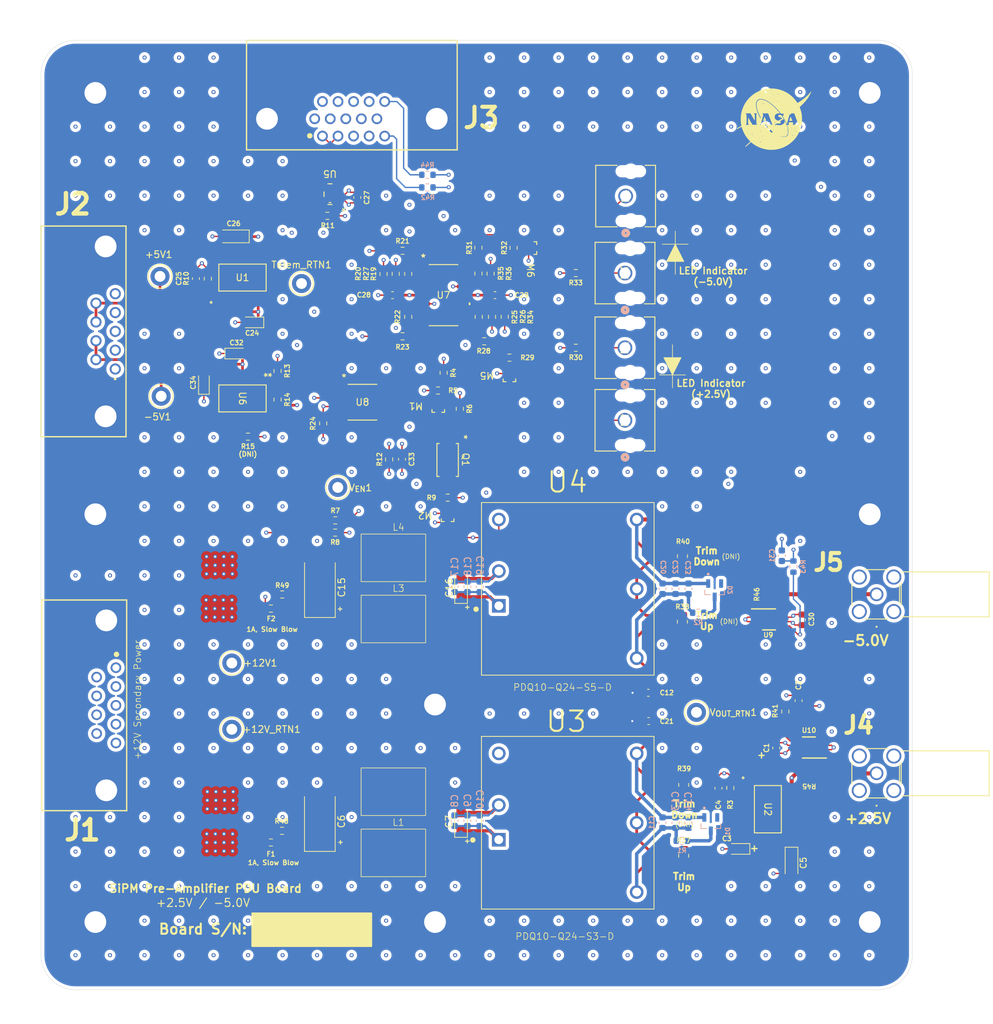
<source format=kicad_pcb>
(kicad_pcb (version 20241229) (generator "pcbnew") (generator_version "9.0")
  (layers (0 "F.Cu" signal) (4 "In1.Cu" signal) (6 "In2.Cu" signal) (8 "In3.Cu" signal) (10 "In4.Cu" signal) (12 "In5.Cu" signal) (14 "In6.Cu" signal) (16 "In7.Cu" signal) (18 "In8.Cu" signal) (2 "B.Cu" signal) (13 "F.Paste" user) (15 "B.Paste" user) (5 "F.SilkS" user "F.Silkscreen") (7 "B.SilkS" user "B.Silkscreen") (1 "F.Mask" user) (3 "B.Mask" user) (25 "Edge.Cuts" user))
  (net 0 "")
  (net 1 "/SiPM/V_TELEM_P3V3_OUT")
  (net 2 "Net-(U2-SET)")
  (net 3 "/SiPM/SiPM_LV_Supply/SiPM_LV_5V/V_P5V_OUT")
  (net 4 "Net-(C6-Pad1)")
  (net 5 "/SEC_PWR_RTN")
  (net 6 "/SiPM/SiPM_LV_Supply/SiPM_LV_P3V3/V_P3V3_OUT")
  (net 7 "/SiPM/V_SiPM_LV_P2V5_OUT")
  (net 8 "CHASSIS")
  (net 9 "/SiPM/SiPM_LV_Supply/SiPM_LV_P3V3/V_POS")
  (net 10 "/SiPM/SiPM_LV_Supply/SiPM_LV_P3V3/V_RTN")
  (net 11 "/SiPM/SiPM_LV_Supply/SiPM_LV_5V/V_RTN")
  (net 12 "/SEC_PWR_TELEM_RTN")
  (net 13 "/SEC_PWR_IN")
  (net 14 "/SiPM/SiPM_LV_Supply/SiPM_LV_5V/V_POS")
  (net 15 "/SiPM_LV_Enable-")
  (net 16 "/SiPM_LV_Enable+")
  (net 17 "Net-(M2-Pad1)")
  (net 18 "/P2p5V_TELEM")
  (net 19 "Net-(M5-Pad1)")
  (net 20 "Net-(U7A-+INA)")
  (net 21 "Net-(M5-Pad3)")
  (net 22 "Net-(U7B--INB)")
  (net 23 "/M5p0V_Telem")
  (net 24 "/TEMP_TELEM")
  (net 31 "Net-(M6-Pad3)")
  (net 32 "Net-(M6-Pad1)")
  (net 33 "Net-(P1-Pad1)")
  (net 34 "Net-(P3-Pad1)")
  (net 35 "Net-(U7A--INA)")
  (net 36 "Net-(U7A-A_Out)")
  (net 37 "Net-(U7C--INC)")
  (net 38 "Net-(U7C-C_OUT)")
  (net 39 "Net-(U7D-D_OUT)")
  (net 40 "Net-(U7C-+INC)")
  (net 41 "Net-(U7D--IND)")
  (net 42 "Net-(U7B-B_OUT)")
  (net 43 "Net-(D1-K)")
  (net 44 "Net-(D2-K)")
  (net 45 "Net-(C2-Pad2)")
  (net 46 "/SiPM/V_SiPM_LV_M5V_OUT")
  (net 47 "/SiPM/V_TELEM_M3V3")
  (net 48 "Net-(U10-OUT)")
  (net 49 "Net-(U9-OUT)")
  (net 50 "/M5V_I_MON")
  (net 51 "/P2p5_I_MON")
  (net 54 "Net-(F1-Pad2)")
  (net 55 "/SiPM/SiPM_LV_Supply/SiPM_LV_5V/Enable")
  (net 58 "Net-(C31-Pad2)")
  (net 59 "Net-(M1-Pad3)")
  (net 60 "Net-(M1-Pad1)")
  (net 61 "/SiPM/SiPM_LV_Supply/SiPM_LV_P3V3/TRIM")
  (net 62 "Net-(Q1-Pad1)")
  (net 63 "Net-(U5-R)")
  (net 64 "/SiPM/SiPM_LV_Supply/SiPM_LV_5V/TRIM")
  (net 65 "Net-(U1-SET)")
  (net 66 "/P_SEC_TELEM_PWR")
  (net 67 "/SiPM/SiPM_LV_Supply/SiPM_LV_Enable")
  (net 68 "/SiPM/V_SiPM_LV_P2V5")
  (net 69 "/N_SEC_TELEM_PWR")
  (net 70 "Net-(U6-ADJ)")
  (net 71 "/SiPM/V_SiPM_LV_M5V")
  (net 72 "Net-(F2-Pad2)")
  (net 73 "Net-(C15-Pad1)")
  (footprint "Resistor_SMD:R_0603_1608Metric" (layer "F.Cu") (at 191.3889 78.77 90)
    (property "Reference" "R31")
    (property "Value" "49.9")
  )
  (footprint "TestPoint:TestPoint_Keystone_5005-5009_Compact" (layer "F.Cu") (at 155.09 149.64)
    (property "Reference" "+12V_RTN1")
    (property "Value" "TestPoint")
  )
  (footprint "Capacitor_SMD:C_0603_1608Metric" (layer "F.Cu") (at 149.8 83.325 90)
    (property "Reference" "C25")
    (property "Value" "0.1uF")
  )
  (footprint "MountingHole:MountingHole_3.2mm_M3_Pad" (layer "F.Cu") (at 135 56)
    (property "Reference" "H5" (hide yes))
    (property "Value" "MountingHole_Pad" (hide yes))
  )
  (footprint "Capacitor_Tantalum_SMD:CP_EIA-3216-10_Kemet-I" (layer "F.Cu") (at 155.3375 77.115 180)
    (property "Reference" "C26")
    (property "Value" "2.2uF")
  )
  (footprint "Resistor_SMD:R_0603_1608Metric" (layer "F.Cu") (at 162.505 129.8 180)
    (property "Reference" "R49")
    (property "Value" "10")
  )
  (footprint "Resistor_SMD:R_0603_1608Metric" (layer "F.Cu") (at 188.65 102.48 -90)
    (property "Reference" "R6")
    (property "Value" "180")
  )
  (footprint "Analog_Devices:SOT-3_ST_LIT" (layer "F.Cu") (at 234 161.4014 -90)
    (property "Reference" "U2")
    (property "Value" "LT3080EST-PBF")
  )
  (footprint "Foil_Resistors:RES_FCSL20_OHM-L" (layer "F.Cu") (at 240.04 156.13)
    (property "Reference" "R45")
    (property "Value" "FCSL20R010FER")
  )
  (footprint "Capacitor_SMD:C_0603_1608Metric" (layer "F.Cu") (at 216.408 144.272 180)
    (property "Reference" "C12")
    (property "Value" "0.1uF")
  )
  (footprint "NASA_Meatball:Small_Meatball" (layer "F.Cu") (at 234.95 59.69)
    (property "Reference" "G***" (hide yes))
    (property "Value" "LOGO" (hide yes))
  )
  (footprint "Texas_Instruments:LM337IMPX" (layer "F.Cu") (at 156.66 100.955 -90)
    (property "Reference" "U6")
    (property "Value" "LM337IMPX/NOPB")
  )
  (footprint "Resistor_SMD:R_0603_1608Metric" (layer "F.Cu") (at 151.56 83.335 90)
    (property "Reference" "R10")
    (property "Value" "330k")
  )
  (footprint "Resistor_SMD:R_0603_1608Metric" (layer "F.Cu") (at 169.16 74.09)
    (property "Reference" "R11")
    (property "Value" "49.9")
  )
  (footprint "Resistor_SMD:R_0603_1608Metric" (layer "F.Cu") (at 196.56415 78.8 90)
    (property "Reference" "R32")
    (property "Value" "100k")
  )
  (footprint "Capacitor_SMD:C_0603_1608Metric" (layer "F.Cu") (at 216.44 148.43 180)
    (property "Reference" "C21")
    (property "Value" "0.1uF")
  )
  (footprint "Resistor_SMD:R_0603_1608Metric" (layer "F.Cu") (at 181.05415 82.625 90)
    (property "Reference" "R19")
    (property "Value" "10k")
  )
  (footprint "MountingHole:MountingHole_3.2mm_M3_Pad" (layer "F.Cu") (at 249 118)
    (property "Reference" "H7" (hide yes))
    (property "Value" "MountingHole_Pad" (hide yes))
  )
  (footprint "Resistor_SMD:R_0603_1608Metric" (layer "F.Cu") (at 177.42415 82.65 90)
    (property "Reference" "R20")
    (property "Value" "24.9")
  )
  (footprint "Foil_Resistors:RES_FCSL20_OHM-L" (layer "F.Cu") (at 234.16 129.77 180)
    (property "Reference" "R46")
    (property "Value" "FCSL20R010FER")
  )
  (footprint "MountingHole:MountingHole_3.2mm_M3_Pad" (layer "F.Cu") (at 249 178 90)
    (property "Reference" "H6" (hide yes))
    (property "Value" "MountingHole_Pad" (hide yes))
  )
  (footprint "Resistor_SMD:R_0603_1608Metric" (layer "F.Cu") (at 195.26415 88.94 90)
    (property "Reference" "R34")
    (property "Value" "49.9")
  )
  (footprint "Capacitor_Tantalum_SMD:CP_EIA-2012-12_Kemet-R" (layer "F.Cu") (at 158.08 89.765 180)
    (property "Reference" "C24")
    (property "Value" "1uF")
  )
  (footprint "Capacitor_SMD:C_0603_1608Metric" (layer "F.Cu") (at 173.56 71.4 90)
    (property "Reference" "C27")
    (property "Value" "0.1uF")
  )
  (footprint "Capacitor_Tantalum_SMD:CP_EIA-2012-12_Kemet-R" (layer "F.Cu") (at 150.98 98.625 90)
    (property "Reference" "C34")
    (property "Value" "1uF")
  )
  (footprint "Resistor_SMD:R_0603_1608Metric" (layer "F.Cu") (at 157.47 106.58 180)
    (property "Reference" "R15")
    (property "Value" "120")
  )
  (footprint "Resistor_SMD:R_0603_1608Metric" (layer "F.Cu") (at 186.87 115.56 180)
    (property "Reference" "R9")
    (property "Value" "5k")
  )
  (footprint "Resistor_SMD:R_0603_1608Metric" (layer "F.Cu") (at 228.47 158.2614 90)
    (property "Reference" "R3")
    (property "Value" "250k")
  )
  (footprint "MountingHole:MountingHole_3.2mm_M3_Pad" (layer "F.Cu") (at 185 146)
    (property "Reference" "H3" (hide yes))
    (property "Value" "MountingHole_Pad" (hide yes))
  )
  (footprint "Resistor_SMD:R_0603_1608Metric" (layer "F.Cu") (at 181.05915 88.9448 -90)
    (property "Reference" "R22")
    (property "Value" "10k")
  )
  (footprint "Resistor_SMD:R_0603_1608Metric" (layer "F.Cu") (at 180.22415 79.23)
    (property "Reference" "R21")
    (property "Value" "49.9")
  )
  (footprint "CUI:CONV_PDQ10-Q24-D5-D" (layer "F.Cu") (at 204.545 128.97 90)
    (property "Reference" "U4")
    (property "Value" "PDQ10-Q24-D5-D")
  )
  (footprint "Capacitor_Tantalum_SMD:CP_EIA-2012-12_Kemet-R" (layer "F.Cu") (at 155.78 94.345)
    (property "Reference" "C32")
    (property "Value" "1uF")
  )
  (footprint "Resistor_SMD:R_0603_1608Metric" (layer "F.Cu") (at 185.45 99.79 180)
    (property "Reference" "R5")
    (property "Value" "1k")
  )
  (footprint "Toshiba_Semi:SSM_TOS" (layer "F.Cu") (at 199.44915 78.830001 -90)
    (property "Reference" "M6")
    (property "Value" "SSM3K15AFS_LF")
  )
  (footprint "TE_Connectivity:conn1_1-1123824-1_TEC" (layer "F.Cu") (at 212.96 93.5 90)
    (property "Reference" "P1")
    (property "Value" "1-1123824-1")
  )
  (footprint "Resistor_SMD:R_0603_1608Metric" (layer "F.Cu") (at 168.54 104.63 -90)
    (property "Reference" "R24")
    (property "Value" "8k")
  )
  (footprint "TestPoint:TestPoint_Keystone_5005-5009_Compact" (layer "F.Cu") (at 144.52 83)
    (property "Reference" "+5V1")
    (property "Value" "TestPoint")
  )
  (footprint "TE_Connectivity:conn1_1-1123824-1_TEC" (layer "F.Cu") (at 213.06 71.18 90)
    (property "Reference" "P4")
    (property "Value" "1-1123824-1")
  )
  (footprint "TE_Connectivity:conn1_1-1123824-1_TEC" (layer "F.Cu") (at 212.97 82.51 90)
    (property "Reference" "P3")
    (property "Value" "1-1123824-1")
  )
  (footprint "Resistor_SMD:R_0603_1608Metric" (layer "F.Cu") (at 193.39415 88.95 90)
    (property "Reference" "R26")
    (property "Value" "10k")
  )
  (footprint "Wurth_Elektronik:618009231221" (layer "F.Cu") (at 130.31 146.115 -90)
    (property "Reference" "J1")
    (property "Value" "618009231221")
  )
  (footprint "Capacitor_SMD:C_0603_1608Metric" (layer "F.Cu") (at 235.24 152.39 -90)
    (property "Reference" "C1")
    (property "Value" "0.1uF")
  )
  (footprint "Toshiba_Semi:SSM_TOS" (layer "F.Cu") (at 195.959151 97.964799 180)
    (property "Reference" "M5")
    (property "Value" "SSM3K15AFS_LF")
  )
  (footprint "Analog_Devices:R_8_ADI" (layer "F.Cu") (at 174.32 101.51)
    (property "Reference" "U8")
    (property "Value" "AD590JRZ-RL")
  )
  (footprint "ISOCOM:ISP281D_ISO" (layer "F.Cu") (at 186.86 110.01 -90)
    (property "Reference" "Q1")
    (property "Value" "ISP281D")
  )
  (footprint "TestPoint:TestPoint_Keystone_5005-5009_Compact" (layer "F.Cu") (at 170.69 114.05)
    (property "Reference" "V_{EN}1")
    (property "Value" "TestPoint")
  )
  (footprint "Resistor_SMD:R_0805_2012Metric" (layer "F.Cu") (at 221.6075 157.82 90)
    (property "Reference" "R39")
    (property "Value" "R")
  )
  (footprint "Toshiba_Semi:SSM_TOS" (layer "F.Cu") (at 185.48 102.47 180)
    (property "Reference" "M1")
    (property "Value" "SSM3K15AFS_LF")
  )
  (footprint "Resistor_SMD:R_0603_1608Metric" (layer "F.Cu") (at 191.39415 82.58 90)
    (property "Reference" "R35")
    (property "Value" "10k")
  )
  (footprint "CoilCraft:MLC7542-311MEC" (layer "F.Cu") (at 177.625 133.41 -90)
    (property "Reference" "L3")
    (property "Value" "1.5uH")
  )
  (footprint "Wurth_Elektronik:618015330923" (layer "F.Cu") (at 172.76 53.33 180)
    (property "Reference" "J3")
    (property "Value" "618015330923")
  )
  (footprint "Resistor_SMD:R_0603_1608Metric" (layer "F.Cu") (at 180.21915 91.8148)
    (property "Reference" "R23")
    (property "Value" "49.9")
  )
  (footprint "Analog_Devices:SO-14_S_LIT" (layer "F.Cu") (at 186.25 85.76)
    (property "Reference" "U7")
    (property "Value" "LTC2052HVCS")
  )
  (footprint "Wurth_Elektronik:618009231121" (layer "F.Cu") (at 130.21325 91.09 -90)
    (property "Reference" "J2")
    (property "Value" "618009231121")
  )
  (footprint "Texas_Instruments:DBV5" (layer "F.Cu") (at 169.54 70.9 180)
    (property "Reference" "U5")
    (property "Value" "SN65LVDS2DBVR")
  )
  (footprint "Capacitor_SMD:C_0603_1608Metric" (layer "F.Cu") (at 238.99 133.53 90)
    (property "Reference" "C30")
    (property "Value" "0.1uF")
  )
  (footprint "Capacitor_Tantalum_SMD:CP_EIA-7343-20_Kemet-V" (layer "F.Cu") (at 168.055 128.78 90)
    (property "Reference" "C15")
    (property "Value" "100uF")
  )
  (footprint "Resistor_SMD:R_0603_1608Metric" (layer "F.Cu") (at 236.57 147.03 90)
    (property "Reference" "R41")
    (property "Value" "24.9")
  )
  (footprint "Resistor_SMD:R_0603_1608Metric" (layer "F.Cu") (at 170.3 120.7)
    (property "Reference" "R8")
    (property "Value" "10k")
  )
  (footprint "Capacitor_Tantalum_SMD:CP_EIA-3216-12_Kemet-S" (layer "F.Cu") (at 188.835 128.81 90)
    (property "Reference" "C16")
    (property "Value" "10uF")
  )
  (footprint "Resistor_SMD:R_0805_2012Metric" (layer "F.Cu") (at 221.6075 168.25 -90)
    (property "Reference" "R37")
    (property "Value" "R")
  )
  (footprint "MountingHole:MountingHole_3.2mm_M3_Pad" (layer "F.Cu") (at 135 118)
    (property "Reference" "H8" (hide yes))
    (property "Value" "MountingHole_Pad" (hide yes))
  )
  (footprint "Resistor_SMD:R_0603_1608Metric" (layer "F.Cu") (at 186.27 97.19 -90)
    (property "Reference" "R4")
    (property "Value" "835")
  )
  (footprint "CoilCraft:MLC7542-311MEC" (layer "F.Cu") (at 177.6175 158.83 -90)
    (property "Reference" "L2" (hide yes))
    (property "Value" "1.5uH")
  )
  (footprint "Toshiba_Semi:SSM_TOS" (layer "F.Cu") (at 186.86 118.54 180)
    (property "Reference" "M2")
    (property "Value" "SSM3K15AFS_LF")
  )
  (footprint "Resistor_SMD:R_0603_1608Metric" (layer "F.Cu") (at 192.25415 92.55)
    (property "Reference" "R28")
    (property "Value" "49.9")
  )
  (footprint "Resistor_SMD:R_0603_1608Metric" (layer "F.Cu") (at 178.25 109.93 -90)
    (property "Reference" "R12")
    (property "Value" "1k")
  )
  (footprint "Capacitor_SMD:C_0603_1608Metric" (layer "F.Cu") (at 193.82915 85.76)
    (property "Reference" "C29")
    (property "Value" "0.1uF")
  )
  (footprint "Resistor_SMD:R_0805_2012Metric" (layer "F.Cu") (at 221.425 124.17 90)
    (property "Reference" "R40")
    (property "Value" "R")
  )
  (footprint "TE_Connectivity:conn1_1-1123824-1_TEC" (layer "F.Cu") (at 212.96 104.17 90)
    (property "Reference" "P2")
    (property "Value" "1-1123824-1")
  )
  (footprint "MountingHole:MountingHole_3.2mm_M3_Pad" (layer "F.Cu") (at 185 178)
    (property "Reference" "H4" (hide yes))
    (property "Value" "MountingHole_Pad" (hide yes))
  )
  (footprint "Resistor_SMD:R_0603_1608Metric" (layer "F.Cu") (at 161.82 96.915 -90)
    (property "Reference" "R13")
    (property "Value" "196")
  )
  (footprint "Resistor_SMD:R_0603_1608Metric" (layer "F.Cu") (at 161.82 101.125 -90)
    (property "Reference" "R14")
    (property "Value" "120")
  )
  (footprint "Resistor_SMD:R_0603_1608Metric" (layer "F.Cu") (at 191.43415 88.95 -90)
    (property "Reference" "R25")
    (property "Value" "5k")
  )
  (footprint "Adam_Tech:CONN_RF2-49B-T-00-50-G-HDW_ADM" (layer "F.Cu") (at 250 129.78 -90)
    (property "Reference" "J5")
    (property "Value" "RF2-49B-T-00-50-G-HDW")
  )
  (footprint "Capacitor_SMD:C_0603_1608Metric" (layer "F.Cu") (at 238.52 145.43 -90)
    (property "Reference" "C2")
    (property "Value" "1uF")
  )
  (footprint "TestPoint:TestPoint_Keystone_5005-5009_Compact" (layer "F.Cu") (at 155.09 139.89)
    (property "Reference" "+12V1")
    (property "Value" "TestPoint")
  )
  (footprint "Resistor_SMD:R_0603_1608Metric" (layer "F.Cu") (at 170.32 118.9)
    (property "Reference" "R7")
    (property "Value" "15k")
  )
  (footprint "TestPoint:TestPoint_Keystone_5005-5009_Compact" (layer "F.Cu") (at 144.69 100.63)
    (property "Reference" "-5V1")
    (property "Value" "TestPoint")
  )
  (footprint "Capacitor_Tantalum_SMD:CP_EIA-2012-12_Kemet-R" (layer "F.Cu") (at 229.6375 167.2414 180)
    (property "Reference" "C3")
    (property "Value" "1uF")
  )
  (footprint "Capacitor_SMD:C_0603_1608Metric" (layer "F.Cu") (at 226.73 158.3114 90)
    (property "Reference" "C4")
    (property "Value" "0.1uF")
  )
  (footprint "Adam_Tech:CONN_RF2-49B-T-00-50-G-HDW_ADM" (layer "F.Cu") (at 250 156.11 -90)
    (property "Reference" "J4")
    (property "Value" "RF2-49B-T-00-50-G-HDW")
  )
  (footprint "Resistor_SMD:R_0603_1608Metric" (layer "F.Cu") (at 193.18415 82.59 -90)
    (property "Reference" "R36")
    (property "Value" "40k")
  )
  (footprint "Resistor_SMD:R_0603_1608Metric" (layer "F.Cu") (at 162.4775 164.58 180)
    (property "Reference" "R48")
    (property "Value" "10")
  )
  (footprint "MountingHole:MountingHole_3.2mm_M3_Pad" (layer "F.Cu") (at 135 178)
    (property "Reference" "H2" (hide yes))
    (property "Value" "MountingHole_Pad" (hide yes))
  )
  (footprint "MountingHole:MountingHole_3.2mm_M3_Pad" (layer "F.Cu") (at 249 56)
    (property "Reference" "H1" (hide yes))
    (property "Value" "MountingHole_Pad" (hide yes))
  )
  (footprint "Capacitor_SMD:C_0603_1608Metric" (layer "F.Cu") (at 180.14 109.91 -90)
    (property "Reference" "C33")
    (property "Value" "0.1uF")
  )
  (footprint "Capacitor_Tantalum_SMD:CP_EIA-3216-12_Kemet-S" (layer "F.Cu") (at 188.8275 163.23 90)
    (property "Reference" "C7")
    (property "Value" "10uF")
  )
  (footprint "Resistor_SMD:R_0805_2012Metric" (layer "F.Cu") (at 221.415 133.8 -90)
    (property "Reference" "R38")
    (property "Value" "R")
  )
  (footprint "Texas Instruments:INA28x_VSSOP" (layer "F.Cu") (at 234.17 133.47)
    (property "Reference" "U9")
    (property "Value" "INA286")
  )
  (footprint "Resistor_SMD:R_0603_1608Metric" (layer "F.Cu") (at 205.72 82.5102 180)
    (property "Reference" "R33")
    (property "Value" "150")
  )
  (footprint "Capacitor_SMD:C_0603_1608Metric" (layer "F.Cu") (at 178.73915 85.76 180)
    (property "Reference" "C28")
    (property "Value" "0.1uF")
  )
  (footprint "Resistor_SMD:R_0603_1608Metric" (layer "F.Cu") (at 205.73 93.5002 180)
    (property "Reference" "R30")
    (property "Value" "150")
  )
  (footprint "Resistor_SMD:R_0603_1608Metric" (layer "F.Cu") (at 179.21415 82.625 -90)
    (property "Reference" "R27")
    (property "Value" "20k")
  )
  (footprint "Capacitor_Tantalum_SMD:CP_EIA-7343-20_Kemet-V" (layer "F.Cu") (at 168.0475 163.2 90)
    (property "Reference" "C6")
    (property "Value" "100uF")
  )
  (footprint "Texas Instruments:INA28x_VSSOP" (layer "F.Cu") (at 240.04 152.32 180)
    (property "Reference" "U10")
    (property "Value" "INA286")
  )
  (footprint "CoilCraft:MLC7542-311MEC" (layer "F.Cu") (at 177.625 124.41 -90)
    (property "Reference" "L4")
    (property "Value" "1.5uH")
  )
  (footprint "CoilCraft:MLC7542-311MEC" (layer "F.Cu") (at 177.6175 167.83 -90)
    (property "Reference" "L1")
    (property "Value" "1.5uH")
  )
  (footprint "CUI:CONV_PDQ10-Q24-S3-D" (layer "F.Cu") (at 204.5375 163.39 90)
    (property "Reference" "U3")
    (property "Value" "PDQ10-Q24-S3-D")
  )
  (footprint "Resistor_SMD:R_0603_1608Metric" (layer "F.Cu") (at 160.85 131.88)
    (property "Reference" "F2")
    (property "Value" "Fuse")
  )
  (footprint "TestPoint:TestPoint_Keystone_5005-5009_Compact" (layer "F.Cu") (at 165.35 84.05)
    (property "Reference" "Telem_RTN1")
    (property "Value" "TestPoint")
  )
  (footprint "Resistor_SMD:R_0603_1608Metric" (layer "F.Cu") (at 160.8425 166.3)
    (property "Reference" "F1")
    (property "Value" "Fuse")
  )
  (footprint "Capacitor_Tantalum_SMD:CP_EIA-3216-18_Kemet-A" (layer "F.Cu") (at 237.48 169.3 -90)
    (property "Reference" "C5")
    (property "Value" "2.2uF")
  )
  (footprint "Analog_Devices:SOT-3_ST_LIT" (layer "F.Cu") (at 156.66 83.175)
    (property "Reference" "U1")
    (property "Value" "LT3080EST-PBF")
  )
  (footprint "TestPoint:TestPoint_Keystone_5005-5009_Compact" (layer "F.Cu") (at 223.49 147.15)
    (property "Reference" "V_{OUT_RTN}1")
    (property "Value" "TestPoint")
  )
  (footprint "Resistor_SMD:R_0603_1608Metric" (layer "F.Cu") (at 195.959151 94.954799)
    (property "Reference" "R29")
    (property "Value" "100k")
  )
  (footprint "Capacitor_SMD:C_0603_1608Metric" (layer "B.Cu") (at 218.4875 163.38 -90)
    (property "Reference" "C11")
    (property "Value" "0.01uF")
  )
  (footprint "Capacitor_SMD:C_0603_1608Metric" (layer "B.Cu") (at 236.05 124.1 -90)
    (property "Reference" "C31")
    (property "Value" "1uF")
  )
  (footprint "Capacitor_SMD:C_0603_1608Metric" (layer "B.Cu") (at 187.885 128.67 90)
    (property "Reference" "C17")
    (property "Value" "1uF")
  )
  (footprint "Capacitor_SMD:C_0603_1608Metric" (layer "B.Cu") (at 191.585 128.68 90)
    (property "Reference" "C19")
    (property "Value" "0.01uF")
  )
  (footprint "Capacitor_SMD:C_0603_1608Metric" (layer "B.Cu") (at 189.775 128.675 90)
    (property "Reference" "C18")
    (property "Value" "0.1uF")
  )
  (footprint "Capacitor_SMD:C_0603_1608Metric" (layer "B.Cu") (at 222.315 128.96 90)
    (property "Reference" "C23")
    (property "Value" "1uF")
  )
  (footprint "Capacitor_SMD:C_0603_1608Metric" (layer "B.Cu") (at 189.7675 163.095 90)
    (property "Reference" "C9")
    (property "Value" "0.1uF")
  )
  (footprint "Resistor_SMD:R_0603_1608Metric" (layer "B.Cu") (at 237.76 125.7 90)
    (property "Reference" "R43")
    (property "Value" "24.9")
  )
  (footprint "Capacitor_SMD:C_0603_1608Metric" (layer "B.Cu") (at 187.8775 163.09 90)
    (property "Reference" "C8")
    (property "Value" "1uF")
  )
  (footprint "Resistor_SMD:R_0603_1608Metric" (layer "B.Cu") (at 221.3275 166.04)
    (property "Reference" "R1")
    (property "Value" "10")
  )
  (footprint "Resistor_SMD:R_0603_1608Metric" (layer "B.Cu") (at 183.88 68.05 180)
    (property "Reference" "R44")
    (property "Value" "24.9")
  )
  (footprint "Capacitor_SMD:C_0603_1608Metric" (layer "B.Cu") (at 218.495 128.96 -90)
    (property "Reference" "C20")
    (property "Value" "0.01uF")
  )
  (footprint "Resistor_SMD:R_0603_1608Metric" (layer "B.Cu") (at 223.755 132.49)
    (property "Reference" "R2")
    (property "Value" "10")
  )
  (footprint "Nexperia:SOT95P230X110-3N" (layer "B.Cu") (at 226.165 129.1775 -90)
    (property "Reference" "D2")
    (property "Value" "PLVA653A_215")
  )
  (footprint "Capacitor_SMD:C_0603_1608Metric" (layer "B.Cu") (at 220.3975 163.38 90)
    (property "Reference" "C13")
    (property "Value" "0.1uF")
  )
  (footprint "Capacitor_SMD:C_0603_1608Metric" (layer "B.Cu") (at 220.405 128.96 90)
    (property "Reference" "C22")
    (property "Value" "0.1uF")
  )
  (footprint "Capacitor_SMD:C_0603_1608Metric" (layer "B.Cu") (at 222.3075 163.38 90)
    (property "Reference" "C14")
    (property "Value" "1uF")
  )
  (footprint "Resistor_SMD:R_0603_1608Metric" (layer "B.Cu") (at 183.88 69.91 180)
    (property "Reference" "R42")
    (property "Value" "24.9")
  )
  (footprint "Capacitor_SMD:C_0603_1608Metric" (layer "B.Cu") (at 191.5775 163.1 90)
    (property "Reference" "C10")
    (property "Value" "0.01uF")
  )
  (footprint "Nexperia:SOT95P230X110-3N" (layer "B.Cu") (at 225.5975 163.5875 -90)
    (property "Reference" "D1")
    (property "Value" "PLVA653A_215")
  )
  (gr_line (start 220.367 78.261) (end 220.367 76.356) (stroke (width 0.1)) (layer "F.SilkS"))
  (gr_poly (pts (xy 221.225 94.955) (xy 218.685 94.955) (xy 219.955 97.495)) (stroke (width 0.1)) (fill yes) (layer "F.SilkS"))
  (gr_line (start 218.462 78.261) (end 222.272 78.261) (stroke (width 0.1)) (layer "F.SilkS"))
  (gr_poly (pts (xy 219.097 80.801) (xy 221.637 80.801) (xy 220.367 78.261)) (stroke (width 0.1)) (fill yes) (layer "F.SilkS"))
  (gr_line (start 220.367 80.801) (end 220.367 82.706) (stroke (width 0.1)) (layer "F.SilkS"))
  (gr_line (start 219.955 94.955) (end 219.955 93.05) (stroke (width 0.1)) (layer "F.SilkS"))
  (gr_line (start 219.955 97.495) (end 219.955 99.4) (stroke (width 0.1)) (layer "F.SilkS"))
  (gr_line (start 221.86 97.495) (end 218.05 97.495) (stroke (width 0.1)) (layer "F.SilkS"))
  (gr_arc (start 132.08 187.96) (mid 128.487898 186.472102) (end 127 182.88) (stroke (width 0.05)) (layer "Edge.Cuts"))
  (gr_line (start 127 167.64) (end 127 53.34) (stroke (width 0.05)) (layer "Edge.Cuts"))
  (gr_arc (start 127.000001 53.34) (mid 128.487898 49.747898) (end 132.08 48.260001) (stroke (width 0.05)) (layer "Edge.Cuts"))
  (gr_line (start 250.19 187.96) (end 132.08 187.96) (stroke (width 0.05)) (layer "Edge.Cuts"))
  (gr_line (start 127 182.88) (end 127 167.64) (stroke (width 0.05)) (layer "Edge.Cuts"))
  (gr_arc (start 250.19 48.26) (mid 253.782102 49.747898) (end 255.27 53.34) (stroke (width 0.05)) (layer "Edge.Cuts"))
  (gr_line (start 255.27 53.34) (end 255.27 182.88) (stroke (width 0.05)) (layer "Edge.Cuts"))
  (gr_line (start 132.08 48.26) (end 250.19 48.26) (stroke (width 0.05)) (layer "Edge.Cuts"))
  (gr_arc (start 255.27 182.88) (mid 253.782102 186.472102) (end 250.19 187.96) (stroke (width 0.05)) (layer "Edge.Cuts"))
  (gr_text "LED Indicator\n(-5.0V)" (at 225.95 84.37 0) (layer "F.SilkS") (effects (font (size 1 1) (thickness 0.2) (bold yes)) (justify bottom)))
  (gr_text "Board S/N:" (at 144.1775 179.92 0) (layer "F.SilkS") (effects (font (size 1.5 1.5) (thickness 0.3) (bold yes)) (justify left bottom)))
  (gr_text "+" (at 170.5475 166.63 0) (layer "F.SilkS") (effects (font (size 0.7 0.7) (thickness 0.15) (bold yes)) (justify left bottom)))
  (gr_text "Trim\nUp" (at 221.6675 173.48 0) (layer "F.SilkS") (effects (font (size 1 1) (thickness 0.25) (bold yes)) (justify bottom)))
  (gr_text "(DNI)" (at 156 109.56 0) (layer "F.SilkS") (effects (font (size 0.7 0.7) (thickness 0.15) (bold yes)) (justify left bottom)))
  (gr_text "PDQ10-Q24-S3-D" (at 196.78 180.69 0) (layer "F.SilkS") (effects (font (size 1 1) (thickness 0.1)) (justify left bottom)))
  (gr_text "+2.5V" (at 245.21 163.65 0) (layer "F.SilkS") (effects (font (size 1.5 1.5) (thickness 0.3) (bold yes)) (justify left bottom)))
  (gr_text "SiPM Pre-Amplifier PDU Board" (at 136.92 173.77 0) (layer "F.SilkS") (effects (font (size 1.2 1.2) (thickness 0.24) (bold yes)) (justify left bottom)))
  (gr_text "LED Indicator\n(+2.5V)" (at 225.62 100.91 0) (layer "F.SilkS") (effects (font (size 1 1) (thickness 0.2) (bold yes)) (justify bottom)))
  (gr_text "(DNI)" (at 220.2875 164.06 0) (layer "F.SilkS") (effects (font (size 0.7 0.7) (thickness 0.1)) (justify left bottom)))
  (gr_text "1A, Slow Blow" (at 157.3775 169.67 0) (layer "F.SilkS") (effects (font (size 0.7 0.7) (thickness 0.15) (bold yes)) (justify left bottom)))
  (gr_text "+" (at 189.225 132.04 0) (layer "F.SilkS") (effects (font (size 0.7 0.7) (thickness 0.15) (bold yes)) (justify left bottom)))
  (gr_text "Trim\nDown" (at 225.005 125.56 0) (layer "F.SilkS") (effects (font (size 1 1) (thickness 0.25) (bold yes)) (justify bottom)))
  (gr_text "+" (at 189.2175 166.46 0) (layer "F.SilkS") (effects (font (size 0.7 0.7) (thickness 0.15) (bold yes)) (justify left bottom)))
  (gr_text "(DNI)" (at 227.155 124.63 0) (layer "F.SilkS") (effects (font (size 0.7 0.7) (thickness 0.1)) (justify left bottom)))
  (gr_text "PDQ10-Q24-S5-D" (at 196.445 144.05 0) (layer "F.SilkS") (effects (font (size 1 1) (thickness 0.1)) (justify left bottom)))
  (gr_text "1A, Slow Blow" (at 157.175 135.34 0) (layer "F.SilkS") (effects (font (size 0.7 0.7) (thickness 0.15) (bold yes)) (justify left bottom)))
  (gr_text "+" (at 170.495 132.3 0) (layer "F.SilkS") (effects (font (size 0.7 0.7) (thickness 0.15) (bold yes)) (justify left bottom)))
  (gr_text "(DNI)" (at 226.875 134.19 0) (layer "F.SilkS") (effects (font (size 0.7 0.7) (thickness 0.1)) (justify left bottom)))
  (gr_text "+2.5V / -5.0V" (at 143.8475 175.87 0) (layer "F.SilkS") (effects (font (size 1.2 1.2)) (justify left bottom)))
  (gr_text "-5.0V" (at 244.84 137.46 0) (layer "F.SilkS") (effects (font (size 1.5 1.5) (thickness 0.3) (bold yes)) (justify left bottom)))
  (gr_text "+" (at 233.58 154.2314 90) (layer "F.SilkS") (effects (font (size 1 1) (thickness 0.2) (bold yes)) (justify left bottom)))
  (gr_text "Trim\nDown" (at 221.7275 162.81 0) (layer "F.SilkS") (effects (font (size 1 1) (thickness 0.25) (bold yes)) (justify bottom)))
  (gr_text "Trim\nUp" (at 225.005 135.06 0) (layer "F.SilkS") (effects (font (size 1 1) (thickness 0.25) (bold yes)) (justify bottom)))
  (gr_text "+12V Secondary Power" (at 141.8 154.18 90) (layer "F.SilkS") (effects (font (size 1 1) (thickness 0.1)) (justify left bottom)))
  (gr_text "+" (at 232.53 167.9414 90) (layer "F.SilkS") (effects (font (size 1 1) (thickness 0.2) (bold yes)) (justify left bottom)))
  (segment (start 235.24 151.615) (end 236.545 151.615) (width 0.2) (layer "F.Cu") (net 1))
  (segment (start 236.295 133.795001) (end 237.355001 133.795001) (width 0.2) (layer "F.Cu") (net 1))
  (segment (start 173.56 72.175) (end 172.585 72.175) (width 0.2) (layer "F.Cu") (net 1))
  (segment (start 237.355001 133.795001) (end 237.54 133.98) (width 0.2) (layer "F.Cu") (net 1))
  (segment (start 171.710001 71.850001) (end 172.31 72.45) (width 0.2) (layer "F.Cu") (net 1))
  (segment (start 156.66 78.925) (end 156.66 86.6675) (width 0.4) (layer "F.Cu") (net 1))
  (segment (start 172.585 72.175) (end 172.31 72.45) (width 0.2) (layer "F.Cu") (net 1))
  (segment (start 237.54 133.98) (end 237.68 133.98) (width 0.2) (layer "F.Cu") (net 1))
  (segment (start 170.7338 71.850001) (end 171.710001 71.850001) (width 0.2) (layer "F.Cu") (net 1))
  (segment (start 179.51415 85.76) (end 183.52585 85.76) (width 0.4) (layer "F.Cu") (net 1))
  (segment (start 238.99 134.305) (end 238.005 134.305) (width 0.2) (layer "F.Cu") (net 1))
  (segment (start 156.66 78.925) (end 156.66 77.1425) (width 0.4) (layer "F.Cu") (net 1))
  (segment (start 156.66 79.675) (end 156.66 78.925) (width 0.4) (layer "F.Cu") (net 1))
  (segment (start 156.66 77.1425) (end 156.6625 77.145) (width 0.2) (layer "F.Cu") (net 1))
  (segment (start 156.6625 77.145) (end 158.97 77.145) (width 0.4) (layer "F.Cu") (net 1))
  (segment (start 238.005 134.305) (end 237.68 133.98) (width 0.2) (layer "F.Cu") (net 1))
  (segment (start 236.934999 151.994999) (end 236.55 151.61) (width 0.2) (layer "F.Cu") (net 1))
  (segment (start 156.66 77.1425) (end 156.6875 77.115) (width 0.2) (layer "F.Cu") (net 1))
  (segment (start 237.915 151.994999) (end 236.934999 151.994999) (width 0.2) (layer "F.Cu") (net 1))
  (segment (start 236.545 151.615) (end 236.55 151.61) (width 0.2) (layer "F.Cu") (net 1))
  (via (at 237.68 133.98) (size 0.6) (drill 0.3) (layers "F.Cu" "B.Cu") (net 1))
  (via (at 181.24 105.12) (size 0.6) (drill 0.3) (layers "F.Cu" "B.Cu") (net 1))
  (via (at 181.24 76.39) (size 0.6) (drill 0.3) (layers "F.Cu" "B.Cu") (net 1))
  (via (at 243.4 133.99) (size 0.6) (drill 0.3) (layers "F.Cu" "B.Cu") (net 1))
  (via (at 243.48 106.49) (size 0.6) (drill 0.3) (layers "F.Cu" "B.Cu") (net 1))
  (via (at 181.24 72.46) (size 0.6) (drill 0.3) (layers "F.Cu" "B.Cu") (net 1))
  (via (at 172.31 72.45) (size 0.6) (drill 0.3) (layers "F.Cu" "B.Cu") (net 1))
  (via (at 181.23415 85.76) (size 0.6) (drill 0.3) (layers "F.Cu" "B.Cu") (net 1))
  (via (at 243.4 149.97) (size 0.6) (drill 0.3) (layers "F.Cu" "B.Cu") (net 1))
  (via (at 236.55 151.61) (size 0.6) (drill 0.3) (layers "F.Cu" "B.Cu") (net 1))
  (via (at 158.97 77.145) (size 0.6) (drill 0.3) (layers "F.Cu" "B.Cu") (net 1))
  (segment (start 230.5075 159.09) (end 226.7336 159.09) (width 0.2) (layer "F.Cu") (net 2))
  (segment (start 226.7336 159.09) (end 226.73 159.0864) (width 0.2) (layer "F.Cu") (net 2))
  (segment (start 216.375 156.9075) (end 214.6875 155.22) (width 0.4) (layer "F.Cu") (net 3))
  (segment (start 227.14 156.1114) (end 227.57 156.1114) (width 0.2) (layer "F.Cu") (net 3))
  (segment (start 214.6875 155.22) (end 214.6875 153.19) (width 0.4) (layer "F.Cu") (net 3))
  (segment (start 217.183 141.658) (end 217.183 144.272) (width 0.4) (layer "F.Cu") (net 3))
  (segment (start 228.47 157.4364) (end 228.47 156.5014) (width 0.2) (layer "F.Cu") (net 3))
  (segment (start 216.085 134.71) (end 214.695 136.1) (width 0.4) (layer "F.Cu") (net 3))
  (segment (start 216.0875 134.7125) (end 216.085 134.71) (width 0.2) (layer "F.Cu") (net 3))
  (segment (start 237.5075 170.8575) (end 234.8275 170.8575) (width 0.2) (layer "F.Cu") (net 3))
  (segment (start 221.6075 156.9075) (end 216.375 156.9075) (width 0.4) (layer "F.Cu") (net 3))
  (segment (start 228.08 156.1114) (end 227.57 156.1114) (width 0.2) (layer "F.Cu") (net 3))
  (segment (start 228.75 167.2414) (end 227.31 167.2414) (width 0.2) (layer "F.Cu") (net 3))
  (segment (start 217.215 150.6625) (end 217.215 148.43) (width 0.4) (layer "F.Cu") (net 3))
  (segment (start 228.74 167.2314) (end 228.75 167.2414) (width 0.2) (layer "F.Cu") (net 3))
  (segment (start 214.6875 153.19) (end 217.215 150.6625) (width 0.4) (layer "F.Cu") (net 3))
  (segment (start 214.695 136.1) (end 214.695 139.17) (width 0.4) (layer "F.Cu") (net 3))
  (segment (start 227.31 167.2414) (end 227.3 167.2314) (width 0.2) (layer "F.Cu") (net 3))
  (segment (start 221.415 134.7125) (end 216.0875 134.7125) (width 0.4) (layer "F.Cu") (net 3))
  (segment (start 226.73 157.5364) (end 226.73 156.5214) (width 0.2) (layer "F.Cu") (net 3))
  (segment (start 214.695 139.17) (end 217.183 141.658) (width 0.4) (layer "F.Cu") (net 3))
  (segment (start 228.47 156.5014) (end 228.08 156.1114) (width 0.2) (layer "F.Cu") (net 3))
  (segment (start 226.73 156.5214) (end 227.14 156.1114) (width 0.2) (layer "F.Cu") (net 3))
  (via (at 227.57 156.1114) (size 0.6) (drill 0.3) (layers "F.Cu" "B.Cu") (net 3))
  (via (at 234.8275 170.8575) (size 0.6) (drill 0.3) (layers "F.Cu" "B.Cu") (net 3))
  (via (at 227.3 167.2314) (size 0.6) (drill 0.3) (layers "F.Cu" "B.Cu") (net 3))
  (segment (start 214.6875 158.805) (end 218.4875 162.605) (width 0.5) (layer "B.Cu") (net 3))
  (segment (start 214.6875 153.19) (end 214.6875 158.805) (width 0.5) (layer "B.Cu") (net 3))
  (segment (start 214.695 133.535) (end 214.695 139.17) (width 0.5) (layer "B.Cu") (net 3))
  (segment (start 222.3075 162.605) (end 224.645 162.605) (width 0.5) (layer "B.Cu") (net 3))
  (segment (start 222.315 129.735) (end 222.315 131.875) (width 0.5) (layer "B.Cu") (net 3))
  (segment (start 214.695 133.535) (end 218.495 129.735) (width 0.5) (layer "B.Cu") (net 3))
  (segment (start 218.495 129.735) (end 222.315 129.735) (width 0.5) (layer "B.Cu") (net 3))
  (segment (start 218.4875 162.605) (end 222.3075 162.605) (width 0.5) (layer "B.Cu") (net 3))
  (segment (start 222.315 131.875) (end 222.93 132.49) (width 0.5) (layer "B.Cu") (net 3))
  (segment (start 224.645 162.605) (end 224.6475 162.6075) (width 0.5) (layer "B.Cu") (net 3))
  (segment (start 163.3025 164.58) (end 166.315 164.58) (width 0.5) (layer "F.Cu") (net 4))
  (segment (start 166.315 164.58) (end 168.0475 166.3125) (width 0.5) (layer "F.Cu") (net 4))
  (segment (start 168.005 166.3125) (end 167.9925 166.3) (width 0.5) (layer "F.Cu") (net 4))
  (segment (start 168.0475 166.3125) (end 168.005 166.3125) (width 0.5) (layer "F.Cu") (net 4))
  (segment (start 173.035 124.41) (end 171.7775 125.6675) (width 0.5) (layer "F.Cu") (net 5))
  (segment (start 180.14 110.685) (end 180.14 112.05) (width 0.2) (layer "F.Cu") (net 5))
  (segment (start 186.045 115.41) (end 186.045 115.56) (width 0.2) (layer "F.Cu") (net 5))
  (segment (start 176.125 124.41) (end 173.035 124.41) (width 0.5) (layer "F.Cu") (net 5))
  (segment (start 152.7975 125.6675) (end 152.635 125.505) (width 0.5) (layer "F.Cu") (net 5))
  (segment (start 186.225 114.295) (end 186.045 114.475) (width 0.2) (layer "F.Cu") (net 5))
  (segment (start 168.055 125.6675) (end 152.7975 125.6675) (width 0.5) (layer "F.Cu") (net 5))
  (segment (start 171.77 160.0875) (end 168.0475 160.0875) (width 0.5) (layer "F.Cu") (net 5))
  (segment (start 186.360001 117.865) (end 184.995 117.865) (width 0.2) (layer "F.Cu") (net 5))
  (segment (start 178.25 110.755) (end 178.25 112.05) (width 0.2) (layer "F.Cu") (net 5))
  (segment (start 168.0475 160.0875) (end 151.48 160.0875) (width 0.5) (layer "F.Cu") (net 5))
  (segment (start 186.360001 116.890001) (end 186.045 116.575) (width 0.2) (layer "F.Cu") (net 5))
  (segment (start 171.7775 125.6675) (end 168.055 125.6675) (width 0.5) (layer "F.Cu") (net 5))
  (segment (start 186.360001 117.865) (end 186.360001 116.890001) (width 0.2) (layer "F.Cu") (net 5))
  (segment (start 151.48 160.0875) (end 151.4775 160.09) (width 0.5) (layer "F.Cu") (net 5))
  (segment (start 173.0275 158.83) (end 171.77 160.0875) (width 0.5) (layer "F.Cu") (net 5))
  (segment (start 186.045 114.475) (end 186.045 115.41) (width 0.2) (layer "F.Cu") (net 5))
  (segment (start 176.1175 158.83) (end 173.0275 158.83) (width 0.5) (layer "F.Cu") (net 5))
  (segment (start 151.3775 125.4925) (end 151.365 125.505) (width 0.5) (layer "F.Cu") (net 5))
  (segment (start 186.045 116.575) (end 186.045 115.56) (width 0.2) (layer "F.Cu") (net 5))
  (segment (start 184.995 117.865) (end 184.98 117.85) (width 0.2) (layer "F.Cu") (net 5))
  (segment (start 186.225 113.1342) (end 186.225 114.295) (width 0.2) (layer "F.Cu") (net 5))
  (via (at 154.0175 158.82) (size 0.6) (drill 0.3) (layers "F.Cu" "B.Cu") (net 5))
  (via (at 177.8 152.4) (size 0.6) (drill 0.3) (layers "F.Cu" "B.Cu") (net 5))
  (via (at 147.32 152.4) (size 0.6) (drill 0.3) (layers "F.Cu" "B.Cu") (net 5))
  (via (at 213.36 111.76) (size 0.6) (drill 0.3) (layers "F.Cu" "B.Cu") (net 5))
  (via (at 218.44 177.8) (size 0.6) (drill 0.3) (layers "F.Cu" "B.Cu") (net 5))
  (via (at 243.84 177.8) (size 0.6) (drill 0.3) (layers "F.Cu" "B.Cu") (net 5))
  (via (at 147.32 167.64) (size 0.6) (drill 0.3) (layers "F.Cu" "B.Cu") (net 5))
  (via (at 238.76 121.92) (size 0.6) (drill 0.3) (layers "F.Cu" "B.Cu") (net 5))
  (via (at 223.52 142.24) (size 0.6) (drill 0.3) (layers "F.Cu" "B.Cu") (net 5))
  (via (at 152.4 137.16) (size 0.6) (drill 0.3) (layers "F.Cu" "B.Cu") (net 5))
  (via (at 233.68 177.8) (size 0.6) (drill 0.3) (layers "F.Cu" "B.Cu") (net 5))
  (via (at 147.32 162.56) (size 0.6) (drill 0.3) (layers "F.Cu" "B.Cu") (net 5))
  (via (at 147.32 132.08) (size 0.6) (drill 0.3) (layers "F.Cu" "B.Cu") (net 5))
  (via (at 152.635 126.775) (size 0.6) (drill 0.3) (layers "F.Cu" "B.Cu") (net 5))
  (via (at 152.7475 160.09) (size 0.6) (drill 0.3) (layers "F.Cu" "B.Cu") (net 5))
  (via (at 218.44 116.84) (size 0.6) (drill 0.3) (layers "F.Cu" "B.Cu") (net 5))
  (via (at 151.365 125.505) (size 0.6) (drill 0.3) (layers "F.Cu" "B.Cu") (net 5))
  (via (at 198.12 111.76) (size 0.6) (drill 0.3) (layers "F.Cu" "B.Cu") (net 5))
  (via (at 208.28 182.88) (size 0.6) (drill 0.3) (layers "F.Cu" "B.Cu") (net 5))
  (via (at 238.76 177.8) (size 0.6) (drill 0.3) (layers "F.Cu" "B.Cu") (net 5))
  (via (at 248.92 182.88) (size 0.6) (drill 0.3) (layers "F.Cu" "B.Cu") (net 5))
  (via (at 193.04 177.8) (size 0.6) (drill 0.3) (layers "F.Cu" "B.Cu") (net 5))
  (via (at 198.12 177.8) (size 0.6) (drill 0.3) (layers "F.Cu" "B.Cu") (net 5))
  (via (at 157.48 162.56) (size 0.6) (drill 0.3) (layers "F.Cu" "B.Cu") (net 5))
  (via (at 172.72 172.72) (size 0.6) (drill 0.3) (layers "F.Cu" "B.Cu") (net 5))
  (via (at 177.8 177.8) (size 0.6) (drill 0.3) (layers "F.Cu" "B.Cu") (net 5))
  (via (at 178.25 112.05) (size 0.6) (drill 0.3) (layers "F.Cu" "B.Cu") (net 5))
  (via (at 142.24 157.48) (size 0.6) (drill 0.3) (layers "F.Cu" "B.Cu") (net 5))
  (via (at 157.48 177.8) (size 0.6) (drill 0.3) (layers "F.Cu" "B.Cu") (net 5))
  (via (at 198.12 147.32) (size 0.6) (drill 0.3) (layers "F.Cu" "B.Cu") (net 5))
  (via (at 182.88 152.4) (size 0.6) (drill 0.3) (layers "F.Cu" "B.Cu") (net 5))
  (via (at 153.905 125.505) (size 0.6) (drill 0.3) (layers "F.Cu" "B.Cu") (net 5))
  (via (at 172.72 182.88) (size 0.6) (drill 0.3) (layers "F.Cu" "B.Cu") (net 5))
  (via (at 152.4 147.32) (size 0.6) (drill 0.3) (layers "F.Cu" "B.Cu") (net 5))
  (via (at 152.4 142.24) (size 0.6) (drill 0.3) (layers "F.Cu" "B.Cu") (net 5))
  (via (at 233.68 172.72) (size 0.6) (drill 0.3) (layers "F.Cu" "B.Cu") (net 5))
  (via (at 238.76 182.88) (size 0.6) (drill 0.3) (layers "F.Cu" "B.Cu") (net 5))
  (via (at 167.64 172.72) (size 0.6) (drill 0.3) (layers "F.Cu" "B.Cu") (net 5))
  (via (at 152.4 177.8) (size 0.6) (drill 0.3) (layers "F.Cu" "B.Cu") (net 5))
  (via (at 152.4 152.4) (size 0.6) (drill 0.3) (layers "F.Cu" "B.Cu") (net 5))
  (via (at 167.64 147.32) (size 0.6) (drill 0.3) (layers "F.Cu" "B.Cu") (net 5))
  (via (at 152.7475 158.82) (size 0.6) (drill 0.3) (layers "F.Cu" "B.Cu") (net 5))
  (via (at 155.175 124.235) (size 0.6) (drill 0.3) (layers "F.Cu" "B.Cu") (net 5))
  (via (at 147.32 121.92) (size 0.6) (drill 0.3) (layers "F.Cu" "B.Cu") (net 5))
  (via (at 167.64 142.24) (size 0.6) (drill 0.3) (layers "F.Cu" "B.Cu") (net 5))
  (via (at 167.64 137.16) (size 0.6) (drill 0.3) (layers "F.Cu" "B.Cu") (net 5))
  (via (at 187.96 182.88) (size 0.6) (drill 0.3) (layers "F.Cu" "B.Cu") (net 5))
  (via (at 155.2875 161.36) (size 0.6) (drill 0.3) (layers "F.Cu" "B.Cu") (net 5))
  (via (at 132.08 182.88) (size 0.6) (drill 0.3) (layers "F.Cu" "B.Cu") (net 5))
  (via (at 223.52 111.76) (size 0.6) (drill 0.3) (layers "F.Cu" "B.Cu") (net 5))
  (via (at 157.48 147.32) (size 0.6) (drill 0.3) (layers "F.Cu" "B.Cu") (net 5))
  (via (at 172.72 152.4) (size 0.6) (drill 0.3) (layers "F.Cu" "B.Cu") (net 5))
  (via (at 151.365 126.775) (size 0.6) (drill 0.3) (layers "F.Cu" "B.Cu") (net 5))
  (via (at 157.48 152.4) (size 0.6) (drill 0.3) (layers "F.Cu" "B.Cu") (net 5))
  (via (at 198.12 182.88) (size 0.6) (drill 0.3) (layers "F.Cu" "B.Cu") (net 5))
  (via (at 167.64 157.48) (size 0.6) (drill 0.3) (layers "F.Cu" "B.Cu") (net 5))
  (via (at 208.28 111.76) (size 0.6) (drill 0.3) (layers "F.Cu" "B.Cu") (net 5))
  (via (at 187.96 157.48) (size 0.6) (drill 0.3) (layers "F.Cu" "B.Cu") (net 5))
  (via (at 228.6 182.88) (size 0.6) (drill 0.3) (layers "F.Cu" "B.Cu") (net 5))
  (via (at 142.24 152.4) (size 0.6) (drill 0.3) (layers "F.Cu" "B.Cu") (net 5))
  (via (at 208.28 177.8) (size 0.6) (drill 0.3) (layers "F.Cu" "B.Cu") (net 5))
  (via (at 132.08 172.72) (size 0.6) (drill 0.3) (layers "F.Cu" "B.Cu") (net 5))
  (via (at 137.16 172.72) (size 0.6) (drill 0.3) (layers "F.Cu" "B.Cu") (net 5))
  (via (at 248.92 162.56) (size 0.6) (drill 0.3) (layers "F.Cu" "B.Cu") (net 5))
  (via (at 233.68 147.32) (size 0.6) (drill 0.3) (layers "F.Cu" "B.Cu") (net 5))
  (via (at 162.56 147.32) (size 0.6) (drill 0.3) (layers "F.Cu" "B.Cu") (net 5))
  (via (at 132.08 127) (size 0.6) (drill 0.3) (layers "F.Cu" "B.Cu") (net 5))
  (via (at 151.4775 161.36) (size 0.6) (drill 0.3) (layers "F.Cu" "B.Cu") (net 5))
  (via (at 187.96 172.72) (size 0.6) (drill 0.3) (layers "F.Cu" "B.Cu") (net 5))
  (via (at 233.68 137.16) (size 0.6) (drill 0.3) (layers "F.Cu" "B.Cu") (net 5))
  (via (at 147.32 157.48) (size 0.6) (drill 0.3) (layers "F.Cu" "B.Cu") (net 5))
  (via (at 182.88 172.72) (size 0.6) (drill 0.3) (layers "F.Cu" "B.Cu") (net 5))
  (via (at 218.44 137.16) (size 0.6) (drill 0.3) (layers "F.Cu" "B.Cu") (net 5))
  (via (at 151.4775 160.09) (size 0.6) (drill 0.3) (layers "F.Cu" "B.Cu") (net 5))
  (via (at 218.44 147.32) (size 0.6) (drill 0.3) (layers "F.Cu" "B.Cu") (net 5))
  (via (at 142.24 182.88) (size 0.6) (drill 0.3) (layers "F.Cu" "B.Cu") (net 5))
  (via (at 243.84 172.72) (size 0.6) (drill 0.3) (layers "F.Cu" "B.Cu") (net 5))
  (via (at 157.48 157.48) (size 0.6) (drill 0.3) (layers "F.Cu" "B.Cu") (net 5))
  (via (at 193.04 147.32) (size 0.6) (drill 0.3) (layers "F.Cu" "B.Cu") (net 5))
  (via (at 157.48 121.92) (size 0.6) (drill 0.3) (layers "F.Cu" "B.Cu") (net 5))
  (via (at 228.6 177.8) (size 0.6) (drill 0.3) (layers "F.Cu" "B.Cu") (net 5))
  (via (at 147.32 177.8) (size 0.6) (drill 0.3) (layers "F.Cu" "B.Cu") (net 5))
  (via (at 177.8 182.88) (size 0.6) (drill 0.3) (layers "F.Cu" "B.Cu") (net 5))
  (via (at 233.68 142.24) (size 0.6) (drill 0.3) (layers "F.Cu" "B.Cu") (net 5))
  (via (at 142.24 167.64) (size 0.6) (drill 0.3) (layers "F.Cu" "B.Cu") (net 5))
  (via (at 137.16 162.56) (size 0.6) (drill 0.3) (layers "F.Cu" "B.Cu") (net 5))
  (via (at 154.0175 160.09) (size 0.6) (drill 0.3) (layers "F.Cu" "B.Cu") (net 5))
  (via (at 180.14 112.05) (size 0.6) (drill 0.3) (layers "F.Cu" "B.Cu") (net 5))
  (via (at 137.16 127) (size 0.6) (drill 0.3) (layers "F.Cu" "B.Cu") (net 5))
  (via (at 177.8 116.84) (size 0.6) (drill 0.3) (layers "F.Cu" "B.Cu") (net 5))
  (via (at 177.8 147.32) (size 0.6) (drill 0.3) (layers "F.Cu" "B.Cu") (net 5))
  (via (at 162.56 121.92) (size 0.6) (drill 0.3) (layers "F.Cu" "B.Cu") (net 5))
  (via (at 152.7475 161.36) (size 0.6) (drill 0.3) (layers "F.Cu" "B.Cu") (net 5))
  (via (at 223.52 182.88) (size 0.6) (drill 0.3) (layers "F.Cu" "B.Cu") (net 5))
  (via (at 142.24 137.16) (size 0.6) (drill 0.3) (layers "F.Cu" "B.Cu") (net 5))
  (via (at 213.36 177.8) (size 0.6) (drill 0.3) (layers "F.Cu" "B.Cu") (net 5))
  (via (at 218.44 152.4) (size 0.6) (drill 0.3) (layers "F.Cu" "B.Cu") (net 5))
  (via (at 152.4 121.92) (size 0.6) (drill 0.3) (layers "F.Cu" "B.Cu") (net 5))
  (via (at 132.08 162.56) (size 0.6) (drill 0.3) (layers "F.Cu" "B.Cu") (net 5))
  (via (at 162.56 182.88) (size 0.6) (drill 0.3) (layers "F.Cu" "B.Cu") (net 5))
  (via (at 203.2 111.76) (size 0.6) (drill 0.3) (layers "F.Cu" "B.Cu") (net 5))
  (via (at 147.32 172.72) (size 0.6) (drill 0.3) (layers "F.Cu" "B.Cu") (net 5))
  (via (at 142.24 147.32) (size 0.6) (drill 0.3) (layers "F.Cu" "B.Cu") (net 5))
  (via (at 203.2 147.32) (size 0.6) (drill 0.3) (layers "F.Cu" "B.Cu") (net 5))
  (via (at 162.56 142.24) (size 0.6) (drill 0.3) (layers "F.Cu" "B.Cu") (net 5))
  (via (at 203.2 182.88) (size 0.6) (drill 0.3) (layers "F.Cu" "B.Cu") (net 5))
  (via (at 172.72 142.24) (size 0.6) (drill 0.3) (layers "F.Cu" "B.Cu") (net 5))
  (via (at 162.56 172.72) (size 0.6) (drill 0.3) (layers "F.Cu" "B.Cu") (net 5))
  (via (at 157.48 182.88) (size 0.6) (drill 0.3) (layers "F.Cu" "B.Cu") (net 5))
  (via (at 137.16 167.64) (size 0.6) (drill 0.3) (layers "F.Cu" "B.Cu") (net 5))
  (via (at 213.36 182.88) (size 0.6) (drill 0.3) (layers "F.Cu" "B.Cu") (net 5))
  (via (at 152.4 182.88) (size 0.6) (drill 0.3) (layers "F.Cu" "B.Cu") (net 5))
  (via (at 154.0175 161.36) (size 0.6) (drill 0.3) (layers "F.Cu" "B.Cu") (net 5))
  (via (at 155.175 126.775) (size 0.6) (drill 0.3) (layers "F.Cu" "B.Cu") (net 5))
  (via (at 147.32 182.88) (size 0.6) (drill 0.3) (layers "F.Cu" "B.Cu") (net 5))
  (via (at 162.56 162.56) (size 0.6) (drill 0.3) (layers "F.Cu" "B.Cu") (net 5))
  (via (at 157.48 137.16) (size 0.6) (drill 0.3) (layers "F.Cu" "B.Cu") (net 5))
  (via (at 147.32 137.16) (size 0.6) (drill 0.3) (layers "F.Cu" "B.Cu") (net 5))
  (via (at 167.64 152.4) (size 0.6) (drill 0.3) (layers "F.Cu" "B.Cu") (net 5))
  (via (at 132.08 167.64) (size 0.6) (drill 0.3) (layers "F.Cu" "B.Cu") (net 5))
  (via (at 228.6 111.76) (size 0.6) (drill 0.3) (layers "F.Cu" "B.Cu") (net 5))
  (via (at 142.24 142.24) (size 0.6) (drill 0.3) (layers "F.Cu" "B.Cu") (net 5))
  (via (at 172.72 111.76) (size 0.6) (drill 0.3) (layers "F.Cu" "B.Cu") (net 5))
  (via (at 153.905 126.775) (size 0.6) (drill 0.3) (layers "F.Cu" "B.Cu") (net 5))
  (via (at 248.92 172.72) (size 0.6) (drill 0.3) (layers "F.Cu" "B.Cu") (net 5))
  (via (at 172.72 147.32) (size 0.6) (drill 0.3) (layers "F.Cu" "B.Cu") (net 5))
  (via (at 223.52 177.8) (size 0.6) (drill 0.3) (layers "F.Cu" "B.Cu") (net 5))
  (via (at 243.84 182.88) (size 0.6) (drill 0.3) (layers "F.Cu" "B.Cu") (net 5))
  (via (at 137.16 182.88) (size 0.6) (drill 0.3) (layers "F.Cu" "B.Cu") (net 5))
  (via (at 218.44 111.76) (size 0.6) (drill 0.3) (layers "F.Cu" "B.Cu") (net 5))
  (via (at 167.64 182.88) (size 0.6) (drill 0.3) (layers "F.Cu" "B.Cu") (net 5))
  (via (at 155.2875 160.09) (size 0.6) (drill 0.3) (layers "F.Cu" "B.Cu") (net 5))
  (via (at 218.44 182.88) (size 0.6) (drill 0.3) (layers "F.Cu" "B.Cu") (net 5))
  (via (at 203.2 177.8) (size 0.6) (drill 0.3) (layers "F.Cu" "B.Cu") (net 5))
  (via (at 142.24 162.56) (size 0.6) (drill 0.3) (layers "F.Cu" "B.Cu") (net 5))
  (via (at 153.905 124.235) (size 0.6) (drill 0.3) (layers "F.Cu" "B.Cu") (net 5))
  (via (at 162.56 137.16) (size 0.6) (drill 0.3) (layers "F.Cu" "B.Cu") (net 5))
  (via (at 177.8 142.24) (size 0.6) (drill 0.3) (layers "F.Cu" "B.Cu") (net 5))
  (via (at 223.52 152.4) (size 0.6) (drill 0.3) (layers "F.Cu" "B.Cu") (net 5))
  (via (at 248.92 142.24) (size 0.6) (drill 0.3) (layers "F.Cu" "B.Cu") (net 5))
  (via (at 172.72 137.16) (size 0.6) (drill 0.3) (layers "F.Cu" "B.Cu") (net 5))
  (via (at 223.52 116.84) (size 0.6) (drill 0.3) (layers "F.Cu" "B.Cu") (net 5))
  (via (at 208.28 147.32) (size 0.6) (drill 0.3) (layers "F.Cu" "B.Cu") (net 5))
  (via (at 152.635 124.235) (size 0.6) (drill 0.3) (layers "F.Cu" "B.Cu") (net 5))
  (via (at 238.76 172.72) (size 0.6) (drill 0.3) (layers "F.Cu" "B.Cu") (net 5))
  (via (at 147.32 142.24) (size 0.6) (drill 0.3) (layers "F.Cu" "B.Cu") (net 5))
  (via (at 184.98 117.85) (size 0.6) (drill 0.3) (layers "F.Cu" "B.Cu") (net 5))
  (via (at 142.24 177.8) (size 0.6) (drill 0.3) (layers "F.Cu" "B.Cu") (net 5))
  (via (at 223.52 157.48) (size 0.6) (drill 0.3) (layers "F.Cu" "B.Cu") (net 5))
  (via (at 151.4775 158.82) (size 0.6) (drill 0.3) (layers "F.Cu" "B.Cu") (net 5))
  (via (at 152.635 125.505) (size 0.6) (drill 0.3) (layers "F.Cu" "B.Cu") (net 5))
  (via (at 248.92 147.32) (size 0.6) (drill 0.3) (layers "F.Cu" "B.Cu") (net 5))
  (via (at 142.24 172.72) (size 0.6) (drill 0.3) (layers "F.Cu" "B.Cu") (net 5))
  (via (at 218.44 142.24) (size 0.6) (drill 0.3) (layers "F.Cu" "B.Cu") (net 5))
  (via (at 182.88 182.88) (size 0.6) (drill 0.3) (layers "F.Cu" "B.Cu") (net 5))
  (via (at 233.68 182.88) (size 0.6) (drill 0.3) (layers "F.Cu" "B.Cu") (net 5))
  (via (at 167.64 121.92) (size 0.6) (drill 0.3) (layers "F.Cu" "B.Cu") (net 5))
  (via (at 238.76 142.24) (size 0.6) (drill 0.3) (layers "F.Cu" "B.Cu") (net 5))
  (via (at 228.6 172.72) (size 0.6) (drill 0.3) (layers "F.Cu" "B.Cu") (net 5))
  (via (at 243.84 162.56) (size 0.6) (drill 0.3) (layers "F.Cu" "B.Cu") (net 5))
  (via (at 193.04 182.88) (size 0.6) (drill 0.3) (layers "F.Cu" "B.Cu") (net 5))
  (via (at 162.56 157.48) (size 0.6) (drill 0.3) (layers "F.Cu" "B.Cu") (net 5))
  (via (at 243.84 167.64) (size 0.6) (drill 0.3) (layers "F.Cu" "B.Cu") (net 5))
  (via (at 223.52 137.16) (size 0.6) (drill 0.3) (layers "F.Cu" "B.Cu") (net 5))
  (via (at 151.365 124.235) (size 0.6) (drill 0.3) (layers "F.Cu" "B.Cu") (net 5))
  (via (at 182.88 116.84) (size 0.6) (drill 0.3) (layers "F.Cu" "B.Cu") (net 5))
  (via (at 162.56 152.4) (size 0.6) (drill 0.3) (layers "F.Cu" "B.Cu") (net 5))
  (via (at 157.48 172.72) (size 0.6) (drill 0.3) (layers "F.Cu" "B.Cu") (net 5))
  (via (at 142.24 132.08) (size 0.6) (drill 0.3) (layers "F.Cu" "B.Cu") (net 5))
  (via (at 172.72 162.56) (size 0.6) (drill 0.3) (layers "F.Cu" "B.Cu") (net 5))
  (via (at 187.96 152.4) (size 0.6) (drill 0.3) (layers "F.Cu" "B.Cu") (net 5))
  (via (at 147.32 127) (size 0.6) (drill 0.3) (layers "F.Cu" "B.Cu") (net 5))
  (via (at 238.76 137.16) (size 0.6) (drill 0.3) (layers "F.Cu" "B.Cu") (net 5))
  (via (at 142.24 127) (size 0.6) (drill 0.3) (layers "F.Cu" "B.Cu") (net 5))
  (via (at 142.24 121.92) (size 0.6) (drill 0.3) (layers "F.Cu" "B.Cu") (net 5))
  (via (at 157.48 142.24) (size 0.6) (drill 0.3) (layers "F.Cu" "B.Cu") (net 5))
  (via (at 147.32 147.32) (size 0.6) (drill 0.3) (layers "F.Cu" "B.Cu") (net 5))
  (via (at 177.8 172.72) (size 0.6) (drill 0.3) (layers "F.Cu" "B.Cu") (net 5))
  (via (at 155.175 125.505) (size 0.6) (drill 0.3) (layers "F.Cu" "B.Cu") (net 5))
  (via (at 155.2875 158.82) (size 0.6) (drill 0.3) (layers "F.Cu" "B.Cu") (net 5))
  (via (at 248.92 167.64) (size 0.6) (drill 0.3) (layers "F.Cu" "B.Cu") (net 5))
  (segment (start 230.54 167.2314) (end 230.54 167.2564) (width 0.2) (layer "F.Cu") (net 6))
  (segment (start 230.525 167.2414) (end 230.525 163.7303) (width 0.6) (layer "F.Cu") (net 6))
  (segment (start 230.5075 167.2239) (end 230.515 167.2314) (width 0.2) (layer "F.Cu") (net 6))
  (segment (start 216.355 169.1625) (end 214.6875 170.83) (width 0.4) (layer "F.Cu") (net 6))
  (segment (start 230.525 163.7303) (end 230.5075 163.7128) (width 0.2) (layer "F.Cu") (net 6))
  (segment (start 230.54 167.2564) (end 230.525 167.2414) (width 0.2) (layer "F.Cu") (net 6))
  (segment (start 221.6075 169.1625) (end 230.0575 169.1625) (width 0.4) (layer "F.Cu") (net 6))
  (segment (start 221.6075 169.1625) (end 216.355 169.1625) (width 0.4) (layer "F.Cu") (net 6))
  (segment (start 230.515 167.2314) (end 230.54 167.2314) (width 0.2) (layer "F.Cu") (net 6))
  (segment (start 214.6875 170.83) (end 214.6875 173.59) (width 0.4) (layer "F.Cu") (net 6))
  (segment (start 230.0575 169.1625) (end 230.525 168.695) (width 0.4) (layer "F.Cu") (net 6))
  (segment (start 230.525 168.695) (end 230.525 167.2414) (width 0.4) (layer "F.Cu") (net 6))
  (segment (start 214.6875 173.59) (end 214.6875 167.955) (width 0.5) (layer "B.Cu") (net 6))
  (segment (start 220.5025 166.04) (end 220.5025 164.26) (width 0.5) (layer "B.Cu") (net 6))
  (segment (start 220.5025 164.26) (end 220.3975 164.155) (width 0.2) (layer "B.Cu") (net 6))
  (segment (start 218.4875 164.155) (end 222.3075 164.155) (width 0.5) (layer "B.Cu") (net 6))
  (segment (start 214.6875 167.955) (end 218.4875 164.155) (width 0.5) (layer "B.Cu") (net 6))
  (segment (start 250.312999 156.13) (end 250.352999 156.09) (width 0.2) (layer "F.Cu") (net 7))
  (segment (start 241.265001 153.294999) (end 240.5734 153.9866) (width 0.2) (layer "F.Cu") (net 7))
  (segment (start 242.165 153.294999) (end 241.265001 153.294999) (width 0.2) (layer "F.Cu") (net 7))
  (segment (start 240.5734 156.13) (end 250.312999 156.13) (width 0.6) (layer "F.Cu") (net 7))
  (segment (start 240.5734 153.9866) (end 240.5734 156.13) (width 0.2) (layer "F.Cu") (net 7))
  (segment (start 215.665 148.43) (end 214.04 148.43) (width 0.2) (layer "F.Cu") (net 8))
  (segment (start 215.633 144.272) (end 214.078 144.272) (width 0.2) (layer "F.Cu") (net 8))
  (via (at 214.04 148.43) (size 0.6) (drill 0.3) (layers "F.Cu" "B.Cu") (net 8))
  (via (at 214.078 144.272) (size 0.6) (drill 0.3) (layers "F.Cu" "B.Cu") (net 8))
  (segment (start 188.1175 167.83) (end 181.6175 167.83) (width 0.5) (layer "F.Cu") (net 9))
  (segment (start 188.8275 164.58) (end 188.8275 167.12) (width 0.5) (layer "F.Cu") (net 9))
  (segment (start 193.0775 164.58) (end 194.3875 165.89) (width 0.5) (layer "F.Cu") (net 9))
  (segment (start 188.1175 167.83) (end 188.8275 167.12) (width 0.5) (layer "F.Cu") (net 9))
  (segment (start 188.8275 164.58) (end 193.0775 164.58) (width 0.5) (layer "F.Cu") (net 9))
  (segment (start 187.8775 163.865) (end 192.3625 163.865) (width 0.3) (layer "B.Cu") (net 9))
  (segment (start 192.3625 163.865) (end 194.3875 165.89) (width 0.3) (layer "B.Cu") (net 9))
  (segment (start 193.2975 161.88) (end 194.3875 160.79) (width 0.5) (layer "F.Cu") (net 10))
  (segment (start 188.8275 161.88) (end 188.8275 160.41) (width 0.5) (layer "F.Cu") (net 10))
  (segment (start 188.8275 160.41) (end 187.2475 158.83) (width 0.5) (layer "F.Cu") (net 10))
  (segment (start 188.8275 161.88) (end 193.2975 161.88) (width 0.5) (layer "F.Cu") (net 10))
  (segment (start 187.2475 158.83) (end 181.6175 158.83) (width 0.5) (layer "F.Cu") (net 10))
  (segment (start 192.8625 162.315) (end 194.3875 160.79) (width 0.3) (layer "B.Cu") (net 10))
  (segment (start 187.8775 162.315) (end 192.8625 162.315) (width 0.3) (layer "B.Cu") (net 10))
  (segment (start 188.835 125.99) (end 187.255 124.41) (width 0.5) (layer "F.Cu") (net 11))
  (segment (start 188.835 127.46) (end 188.835 125.99) (width 0.5) (layer "F.Cu") (net 11))
  (segment (start 187.255 124.41) (end 181.625 124.41) (width 0.5) (layer "F.Cu") (net 11))
  (segment (start 193.305 127.46) (end 194.395 126.37) (width 0.5) (layer "F.Cu") (net 11))
  (segment (start 188.835 127.46) (end 193.305 127.46) (width 0.5) (layer "F.Cu") (net 11))
  (segment (start 192.87 127.895) (end 194.395 126.37) (width 0.3) (layer "B.Cu") (net 11))
  (segment (start 187.885 127.895) (end 192.87 127.895) (width 0.3) (layer "B.Cu") (net 11))
  (segment (start 232.045 133.795001) (end 230.995001 133.795001) (width 0.2) (layer "F.Cu") (net 12))
  (segment (start 178.25 109.105) (end 178.25 107.63) (width 0.2) (layer "F.Cu") (net 12))
  (segment (start 151.56 81.945) (end 150.68 81.065) (width 0.2) (layer "F.Cu") (net 12))
  (segment (start 158.295 106.58) (end 159.9 106.58) (width 0.2) (layer "F.Cu") (net 12))
  (segment (start 194.60415 85.76) (end 196.15415 85.76) (width 0.2) (layer "F.Cu") (net 12))
  (segment (start 170.7338 70.9) (end 171.78 70.9) (width 0.2) (layer "F.Cu") (net 12))
  (segment (start 197.71415 79.64) (end 197.69915 79.625) (width 0.2) (layer "F.Cu") (net 12))
  (segment (start 173.56 70.625) (end 172.565 70.625) (width 0.2) (layer "F.Cu") (net 12))
  (segment (start 150.98 99.5125) (end 150.98 101.385) (width 0.2) (layer "F.Cu") (net 12))
  (segment (start 232.045 133.145002) (end 231.014998 133.145002) (width 0.2) (layer "F.Cu") (net 12))
  (segment (start 231.014998 133.145002) (end 230.68 133.48) (width 0.2) (layer "F.Cu") (net 12))
  (segment (start 161.82 96.09) (end 161.82 94.695) (width 0.2) (layer "F.Cu") (net 12))
  (segment (start 195.16915 94.9848) (end 195.134151 94.954799) (width 0.2) (layer "F.Cu") (net 12))
  (segment (start 177.96415 85.76) (end 176.63 85.76) (width 0.2) (layer "F.Cu") (net 12))
  (segment (start 177.42415 80.59) (end 177.43415 80.58) (width 0.2) (layer "F.Cu") (net 12))
  (segment (start 243.355002 152.644998) (end 243.69 152.31) (width 0.2) (layer "F.Cu") (net 12))
  (segment (start 152.245 77.115) (end 152.24 77.12) (width 0.2) (layer "F.Cu") (net 12))
  (segment (start 172.565 70.625) (end 172.31 70.37) (width 0.2) (layer "F.Cu") (net 12))
  (segment (start 197.69915 79.625) (end 196.56415 79.625) (width 0.2) (layer "F.Cu") (net 12))
  (segment (start 184.625 99.79) (end 183.38 99.79) (width 0.2) (layer "F.Cu") (net 12))
  (segment (start 242.165 152.644998) (end 243.355002 152.644998) (width 0.2) (layer "F.Cu") (net 12))
  (segment (start 237.74 132.93) (end 237.915 132.755) (width 0.2) (layer "F.Cu") (net 12))
  (segment (start 237.915 132.755) (end 238.99 132.755) (width 0.2) (layer "F.Cu") (net 12))
  (segment (start 237.065002 152.644998) (end 236.55 153.16) (width 0.2) (layer "F.Cu") (net 12))
  (segment (start 236.725 144.655) (end 236.72 144.65) (width 0.2) (layer "F.Cu") (net 12))
  (segment (start 171.78 70.9) (end 172.31 70.37) (width 0.2) (layer "F.Cu") (net 12))
  (segment (start 195.459152 97.289799) (end 195.459152 96.4248) (width 0.2) (layer "F.Cu") (net 12))
  (segment (start 180.14 109.135) (end 180.14 107.63) (width 0.2) (layer "F.Cu") (net 12))
  (segment (start 184.625 100.615) (end 184.625 99.79) (width 0.2) (layer "F.Cu") (net 12))
  (segment (start 154.8925 94.345) (end 153.26 94.345) (width 0.2) (layer "F.Cu") (net 12))
  (segment (start 149.8 82.55) (end 149.8 81.945) (width 0.2) (layer "F.Cu") (net 12))
  (segment (start 184.980001 101.795) (end 184.980001 100.970001) (width 0.2) (layer "F.Cu") (net 12))
  (segment (start 184.980001 100.970001) (end 184.625 100.615) (width 0.2) (layer "F.Cu") (net 12))
  (segment (start 236.545 153.165) (end 236.55 153.16) (width 0.2) (layer "F.Cu") (net 12))
  (segment (start 168.54 105.455) (end 168.54 106.95) (width 0.2) (layer "F.Cu") (net 12))
  (segment (start 237.524998 133.145002) (end 237.74 132.93) (width 0.2) (layer "F.Cu") (net 12))
  (segment (start 195.459152 97.289799) (end 194.144149 97.289799) (width 0.2) (layer "F.Cu") (net 12))
  (segment (start 196.15415 85.76) (end 196.16415 85.75) (width 0.2) (layer "F.Cu") (net 12))
  (segment (start 157.1925 89.765) (end 155.6 89.765) (width 0.2) (layer "F.Cu") (net 12))
  (segment (start 151.56 82.51) (end 151.56 81.945) (width 0.2) (layer "F.Cu") (net 12))
  (segment (start 238.52 144.655) (end 236.725 144.655) (width 0.2) (layer "F.Cu") (net 12))
  (segment (start 193.18415 81.765) (end 193.18415 80.42) (width 0.2) (layer "F.Cu") (net 12))
  (segment (start 149.8 81.945) (end 150.68 81.065) (width 0.2) (layer "F.Cu") (net 12))
  (segment (start 195.459152 96.4248) (end 195.134151 96.099799) (width 0.2) (layer "F.Cu") (net 12))
  (segment (start 198.77415 79.33) (end 198.02415 79.33) (width 0.2) (layer "F.Cu") (net 12))
  (segment (start 194.144149 97.289799) (end 194.12915 97.2748) (width 0.2) (layer "F.Cu") (net 12))
  (segment (start 237.915 152.644998) (end 237.065002 152.644998) (width 0.2) (layer "F.Cu") (net 12))
  (segment (start 236.295 133.145002) (end 237.524998 133.145002) (width 0.2) (layer "F.Cu") (net 12))
  (segment (start 195.134151 96.099799) (end 195.16915 94.9848) (width 0.2) (layer "F.Cu") (net 12))
  (segment (start 195.26415 89.765) (end 195.26415 91.12) (width 0.2) (layer "F.Cu") (net 12))
  (segment (start 198.77415 79.33) (end 198.77415 80.69) (width 0.2) (layer "F.Cu") (net 12))
  (segment (start 198.02415 79.33) (end 197.71415 79.64) (width 0.2) (layer "F.Cu") (net 12))
  (segment (start 235.24 153.165) (end 236.545 153.165) (width 0.2) (layer "F.Cu") (net 12))
  (segment (start 230.995001 133.795001) (end 230.68 133.48) (width 0.2) (layer "F.Cu") (net 12))
  (segment (start 242.165 151.994999) (end 243.374999 151.994999) (width 0.2) (layer "F.Cu") (net 12))
  (segment (start 243.374999 151.994999) (end 243.69 152.31) (width 0.2) (layer "F.Cu") (net 12))
  (segment (start 177.42415 81.825) (end 177.42415 80.59) (width 0.2) (layer "F.Cu") (net 12))
  (segment (start 153.9875 77.115) (end 152.245 77.115) (width 0.2) (layer "F.Cu") (net 12))
  (via (at 198.12 50.8) (size 0.6) (drill 0.3) (layers "F.Cu" "B.Cu") (net 12))
  (via (at 132.08 60.96) (size 0.6) (drill 0.3) (layers "F.Cu" "B.Cu") (net 12))
  (via (at 152.4 55.88) (size 0.6) (drill 0.3) (layers "F.Cu" "B.Cu") (net 12))
  (via (at 203.2 96.52) (size 0.6) (drill 0.3) (layers "F.Cu" "B.Cu") (net 12))
  (via (at 147.32 76.2) (size 0.6) (drill 0.3) (layers "F.Cu" "B.Cu") (net 12))
  (via (at 203.2 86.36) (size 0.6) (drill 0.3) (layers "F.Cu" "B.Cu") (net 12))
  (via (at 228.6 101.6) (size 0.6) (drill 0.3) (layers "F.Cu" "B.Cu") (net 12))
  (via (at 223.52 60.96) (size 0.6) (drill 0.3) (layers "F.Cu" "B.Cu") (net 12))
  (via (at 243.84 91.44) (size 0.6) (drill 0.3) (layers "F.Cu" "B.Cu") (net 12))
  (via (at 223.52 50.8) (size 0.6) (drill 0.3) (layers "F.Cu" "B.Cu") (net 12))
  (via (at 248.92 66.04) (size 0.6) (drill 0.3) (layers "F.Cu" "B.Cu") (net 12))
  (via (at 198.77415 80.69) (size 0.6) (drill 0.3) (layers "F.Cu" "B.Cu") (net 12))
  (via (at 208.28 50.8) (size 0.6) (drill 0.3) (layers "F.Cu" "B.Cu") (net 12))
  (via (at 228.6 60.96) (size 0.6) (drill 0.3) (layers "F.Cu" "B.Cu") (net 12))
  (via (at 238.76 60.96) (size 0.6) (drill 0.3) (layers "F.Cu" "B.Cu") (net 12))
  (via (at 243.84 50.8) (size 0.6) (drill 0.3) (layers "F.Cu" "B.Cu") (net 12))
  (via (at 243.84 60.96) (size 0.6) (drill 0.3) (layers "F.Cu" "B.Cu") (net 12))
  (via (at 213.36 55.88) (size 0.6) (drill 0.3) (layers "F.Cu" "B.Cu") (net 12))
  (via (at 157.48 66.04) (size 0.6) (drill 0.3) (layers "F.Cu" "B.Cu") (net 12))
  (via (at 248.92 101.6) (size 0.6) (drill 0.3) (layers "F.Cu" "B.Cu") (net 12))
  (via (at 157.48 71.12) (size 0.6) (drill 0.3) (layers "F.Cu" "B.Cu") (net 12))
  (via (at 157.48 116.84) (size 0.6) (drill 0.3) (layers "F.Cu" "B.Cu") (net 12))
  (via (at 152.4 116.84) (size 0.6) (drill 0.3) (layers "F.Cu" "B.Cu") (net 12))
  (via (at 203.2 106.68) (size 0.6) (drill 0.3) (layers "F.Cu" "B.Cu") (net 12))
  (via (at 218.44 101.6) (size 0.6) (drill 0.3) (layers "F.Cu" "B.Cu") (net 12))
  (via (at 238.76 111.76) (size 0.6) (drill 0.3) (layers "F.Cu" "B.Cu") (net 12))
  (via (at 233.68 91.44) (size 0.6) (drill 0.3) (layers "F.Cu" "B.Cu") (net 12))
  (via (at 147.32 50.8) (size 0.6) (drill 0.3) (layers "F.Cu" "B.Cu") (net 12))
  (via (at 248.92 91.44) (size 0.6) (drill 0.3) (layers "F.Cu" "B.Cu") (net 12))
  (via (at 218.44 86.36) (size 0.6) (drill 0.3) (layers "F.Cu" "B.Cu") (net 12))
  (via (at 177.43415 80.58) (size 0.6) (drill 0.3) (layers "F.Cu" "B.Cu") (net 12))
  (via (at 228.6 86.36) (size 0.6) (drill 0.3) (layers "F.Cu" "B.Cu") (net 12))
  (via (at 223.52 101.6) (size 0.6) (drill 0.3) (layers "F.Cu" "B.Cu") (net 12))
  (via (at 198.12 106.68) (size 0.6) (drill 0.3) (layers "F.Cu" "B.Cu") (net 12))
  (via (at 172.72 81.28) (size 0.6) (drill 0.3) (layers "F.Cu" "B.Cu") (net 12))
  (via (at 142.24 71.12) (size 0.6) (drill 0.3) (layers "F.Cu" "B.Cu") (net 12))
  (via (at 142.24 76.2) (size 0.6) (drill 0.3) (layers "F.Cu" "B.Cu") (net 12))
  (via (at 162.56 86.36) (size 0.6) (drill 0.3) (layers "F.Cu" "B.Cu") (net 12))
  (via (at 162.56 76.2) (size 0.6) (drill 0.3) (layers "F.Cu" "B.Cu") (net 12))
  (via (at 153.26 94.345) (size 0.6) (drill 0.3) (layers "F.Cu" "B.Cu") (net 12))
  (via (at 218.44 60.96) (size 0.6) (drill 0.3) (layers "F.Cu" "B.Cu") (net 12))
  (via (at 198.12 101.6) (size 0.6) (drill 0.3) (layers "F.Cu" "B.Cu") (net 12))
  (via (at 193.04 60.96) (size 0.6) (drill 0.3) (layers "F.Cu" "B.Cu") (net 12))
  (via (at 162.56 111.76) (size 0.6) (drill 0.3) (layers "F.Cu" "B.Cu") (net 12))
  (via (at 233.68 50.8) (size 0.6) (drill 0.3) (layers "F.Cu" "B.Cu") (net 12))
  (via (at 147.32 60.96) (size 0.6) (drill 0.3) (layers "F.Cu" "B.Cu") (net 12))
  (via (at 243.84 86.36) (size 0.6) (drill 0.3) (layers "F.Cu" "B.Cu") (net 12))
  (via (at 147.32 106.68) (size 0.6) (drill 0.3) (layers "F.Cu" "B.Cu") (net 12))
  (via (at 172.72 96.52) (size 0.6) (drill 0.3) (layers "F.Cu" "B.Cu") (net 12))
  (via (at 218.44 91.44) (size 0.6) (drill 0.3) (layers "F.Cu" "B.Cu") (net 12))
  (via (at 233.68 101.6) (size 0.6) (drill 0.3) (layers "F.Cu" "B.Cu") (net 12))
  (via (at 147.32 66.04) (size 0.6) (drill 0.3) (layers "F.Cu" "B.Cu") (net 12))
  (via (at 152.4 111.76) (size 0.6) (drill 0.3) (layers "F.Cu" "B.Cu") (net 12))
  (via (at 218.44 81.28) (size 0.6) (drill 0.3) (layers "F.Cu" "B.Cu") (net 12))
  (via (at 228.6 55.88) (size 0.6) (drill 0.3) (layers "F.Cu" "B.Cu") (net 12))
  (via (at 203.2 101.6) (size 0.6) (drill 0.3) (layers "F.Cu" "B.Cu") (net 12))
  (via (at 236.55 153.16) (size 0.6) (drill 0.3) (layers "F.Cu" "B.Cu") (net 12))
  (via (at 213.36 50.8) (size 0.6) (drill 0.3) (layers "F.Cu" "B.Cu") (net 12))
  (via (at 223.52 76.2) (size 0.6) (drill 0.3) (layers "F.Cu" "B.Cu") (net 12))
  (via (at 228.6 71.12) (size 0.6) (drill 0.3) (layers "F.Cu" "B.Cu") (net 12))
  (via (at 223.52 86.36) (size 0.6) (drill 0.3) (layers "F.Cu" "B.Cu") (net 12))
  (via (at 218.44 50.8) (size 0.6) (drill 0.3) (layers "F.Cu" "B.Cu") (net 12))
  (via (at 162.56 81.28) (size 0.6) (drill 0.3) (layers "F.Cu" "B.Cu") (net 12))
  (via (at 147.32 116.84) (size 0.6) (drill 0.3) (layers "F.Cu" "B.Cu") (net 12))
  (via (at 248.92 81.28) (size 0.6) (drill 0.3) (layers "F.Cu" "B.Cu") (net 12))
  (via (at 243.84 55.88) (size 0.6) (drill 0.3) (layers "F.Cu" "B.Cu") (net 12))
  (via (at 203.2 91.44) (size 0.6) (drill 0.3) (layers "F.Cu" "B.Cu") (net 12))
  (via (at 152.24 77.12) (size 0.6) (drill 0.3) (layers "F.Cu" "B.Cu") (net 12))
  (via (at 223.52 81.28) (size 0.6) (drill 0.3) (layers "F.Cu" "B.Cu") (net 12))
  (via (at 243.84 101.6) (size 0.6) (drill 0.3) (layers "F.Cu" "B.Cu") (net 12))
  (via (at 194.12915 97.2748) (size 0.6) (drill 0.3) (layers "F.Cu" "B.Cu") (net 12))
  (via (at 198.12 76.2) (size 0.6) (drill 0.3) (layers "F.Cu" "B.Cu") (net 12))
  (via (at 137.16 71.12) (size 0.6) (drill 0.3) (layers "F.Cu" "B.Cu") (net 12))
  (via (at 152.4 66.04) (size 0.6) (drill 0.3) (layers "F.Cu" "B.Cu") (net 12))
  (via (at 233.68 86.36) (size 0.6) (drill 0.3) (layers "F.Cu" "B.Cu") (net 12))
  (via (at 178.25 107.63) (size 0.6) (drill 0.3) (layers "F.Cu" "B.Cu") (net 12))
  (via (at 233.68 55.88) (size 0.6) (drill 0.3) (layers "F.Cu" "B.Cu") (net 12))
  (via (at 208.28 60.96) (size 0.6) (drill 0.3) (layers "F.Cu" "B.Cu") (net 12))
  (via (at 236.05 121.62) (size 0.6) (drill 0.3) (layers "F.Cu" "B.Cu") (net 12))
  (via (at 132.08 71.12) (size 0.6) (drill 0.3) (layers "F.Cu" "B.Cu") (net 12))
  (via (at 142.24 106.68) (size 0.6) (drill 0.3) (layers "F.Cu" "B.Cu") (net 12))
  (via (at 243.69 152.31) (size 0.6) (drill 0.3) (layers "F.Cu" "B.Cu") (net 12))
  (via (at 203.2 60.96) (size 0.6) (drill 0.3) (layers "F.Cu" "B.Cu") (net 12))
  (via (at 137.16 60.96) (size 0.6) (drill 0.3) (layers "F.Cu" "B.Cu") (net 12))
  (via (at 172.31 70.37) (size 0.6) (drill 0.3) (layers "F.Cu" "B.Cu") (net 12))
  (via (at 176.63 85.76) (size 0.6) (drill 0.3) (layers "F.Cu" "B.Cu") (net 12))
  (via (at 142.24 50.8) (size 0.6) (drill 0.3) (layers "F.Cu" "B.Cu") (net 12))
  (via (at 168.54 106.95) (size 0.6) (drill 0.3) (layers "F.Cu" "B.Cu") (net 12))
  (via (at 159.9 106.58) (size 0.6) (drill 0.3) (layers "F.Cu" "B.Cu") (net 12))
  (via (at 243.84 96.52) (size 0.6) (drill 0.3) (layers "F.Cu" "B.Cu") (net 12))
  (via (at 150.98 101.385) (size 0.6) (drill 0.3) (layers "F.Cu" "B.Cu") (net 12))
  (via (at 157.48 111.76) (size 0.6) (drill 0.3) (layers "F.Cu" "B.Cu") (net 12))
  (via (at 193.04 55.88) (size 0.6) (drill 0.3) (layers "F.Cu" "B.Cu") (net 12))
  (via (at 150.68 81.065) (size 0.6) (drill 0.3) (layers "F.Cu" "B.Cu") (net 12))
  (via (at 203.2 55.88) (size 0.6) (drill 0.3) (layers "F.Cu" "B.Cu") (net 12))
  (via (at 213.36 60.96) (size 0.6) (drill 0.3) (layers "F.Cu" "B.Cu") (net 12))
  (via (at 132.08 66.04) (size 0.6) (drill 0.3) (layers "F.Cu" "B.Cu") (net 12))
  (via (at 162.56 106.68) (size 0.6) (drill 0.3) (layers "F.Cu" "B.Cu") (net 12))
  (via (at 193.04 50.8) (size 0.6) (drill 0.3) (layers "F.Cu" "B.Cu") (net 12))
  (via (at 233.68 60.96) (size 0.6) (drill 0.3) (layers "F.Cu" "B.Cu") (net 12))
  (via (at 193.04 71.12) (size 0.6) (drill 0.3) (layers "F.Cu" "B.Cu") (net 12))
  (via (at 198.12 71.12) (size 0.6) (drill 0.3) (layers "F.Cu" "B.Cu") (net 12))
  (via (at 243.84 71.12) (size 0.6) (drill 0.3) (layers "F.Cu" "B.Cu") (net 12))
  (via (at 155.6 89.765) (size 0.6) (drill 0.3) (layers "F.Cu" "B.Cu") (net 12))
  (via (at 223.52 91.44) (size 0.6) (drill 0.3) (layers "F.Cu" "B.Cu") (net 12))
  (via (at 177.8 96.52) (size 0.6) (drill 0.3) (layers "F.Cu" "B.Cu") (net 12))
  (via (at 228.6 91.44) (size 0.6) (drill 0.3) (layers "F.Cu" "B.Cu") (net 12))
  (via (at 142.24 91.44) (size 0.6) (drill 0.3) (layers "F.Cu" "B.Cu") (net 12))
  (via (at 162.56 66.04) (size 0.6) (drill 0.3) (layers "F.Cu" "B.Cu") (net 12))
  (via (at 248.92 76.2) (size 0.6) (drill 0.3) (layers "F.Cu" "B.Cu") (net 12))
  (via (at 142.24 96.52) (size 0.6) (drill 0.3) (layers "F.Cu" "B.Cu") (net 12))
  (via (at 233.68 71.12) (size 0.6) (drill 0.3) (layers "F.Cu" "B.Cu") (net 12))
  (via (at 237.74 132.93) (size 0.6) (drill 0.3) (layers "F.Cu" "B.Cu") (net 12))
  (via (at 142.24 66.04) (size 0.6) (drill 0.3) (layers "F.Cu" "B.Cu") (net 12))
  (via (at 238.76 55.88) (size 0.6) (drill 0.3) (layers "F.Cu" "B.Cu") (net 12))
  (via (at 172.72 91.44) (size 0.6) (drill 0.3) (layers "F.Cu" "B.Cu") (net 12))
  (via (at 142.24 60.96) (size 0.6) (drill 0.3) (layers "F.Cu" "B.Cu") (net 12))
  (via (at 223.52 96.52) (size 0.6) (drill 0.3) (layers "F.Cu" "B.Cu") (net 12))
  (via (at 248.92 106.68) (size 0.6) (drill 0.3) (layers "F.Cu" "B.Cu") (net 12))
  (via (at 182.88 96.52) (size 0.6) (drill 0.3) (layers "F.Cu" "B.Cu") (net 12))
  (via (at 193.18415 80.42) (size 0.6) (drill 0.3) (layers "F.Cu" "B.Cu") (net 12))
  (via (at 152.4 106.68) (size 0.6) (drill 0.3) (layers "F.Cu" "B.Cu") (net 12))
  (via (at 152.4 50.8) (size 0.6) (drill 0.3) (layers "F.Cu" "B.Cu") (net 12))
  (via (at 198.12 60.96) (size 0.6) (drill 0.3) (layers "F.Cu" "B.Cu") (net 12))
  (via (at 228.6 96.52) (size 0.6) (drill 0.3) (layers "F.Cu" "B.Cu") (net 12))
  (via (at 248.92 86.36) (size 0.6) (drill 0.3) (layers "F.Cu" "B.Cu") (net 12))
  (via (at 152.4 71.12) (size 0.6) (drill 0.3) (layers "F.Cu" "B.Cu") (net 12))
  (via (at 243.84 66.04) (size 0.6) (drill 0.3) (layers "F.Cu" "B.Cu") (net 12))
  (via (at 142.24 111.76) (size 0.6) (drill 0.3) (layers "F.Cu" "B.Cu") (net 12))
  (via (at 233.68 76.2) (size 0.6) (drill 0.3) (layers "F.Cu" "B.Cu") (net 12))
  (via (at 172.72 106.68) (size 0.6) (drill 0.3) (layers "F.Cu" "B.Cu") (net 12))
  (via (at 180.14 107.63) (size 0.6) (drill 0.3) (layers "F.Cu" "B.Cu") (net 12))
  (via (at 248.92 50.8) (size 0.6) (drill 0.3) (layers "F.Cu" "B.Cu") (net 12))
  (via (at 198.12 55.88) (size 0.6) (drill 0.3) (layers "F.Cu" "B.Cu") (net 12))
  (via (at 177.8 71.12) (size 0.6) (drill 0.3) (layers "F.Cu" "B.Cu") (net 12))
  (via (at 233.68 96.52) (size 0.6) (drill 0.3) (layers "F.Cu" "B.Cu") (net 12))
  (via (at 230.68 133.48) (size 0.6) (drill 0.3) (layers "F.Cu" "B.Cu") (net 12))
  (via (at 162.56 91.44) (size 0.6) (drill 0.3) (layers "F.Cu" "B.Cu") (net 12))
  (via (at 147.32 91.44) (size 0.6) (drill 0.3) (layers "F.Cu" "B.Cu") (net 12))
  (via (at 203.2 71.12) (size 0.6) (drill 0.3) (layers "F.Cu" "B.Cu") (net 12))
  (via (at 161.82 94.695) (size 0.6) (drill 0.3) (layers "F.Cu" "B.Cu") (net 12))
  (via (at 198.12 86.36) (size 0.6) (drill 0.3) (layers "F.Cu" "B.Cu") (net 12))
  (via (at 142.24 55.88) (size 0.6) (drill 0.3) (layers "F.Cu" "B.Cu") (net 12))
  (via (at 203.2 76.2) (size 0.6) (drill 0.3) (layers "F.Cu" "B.Cu") (net 12))
  (via (at 183.38 99.79) (size 0.6) (drill 0.3) (layers "F.Cu" "B.Cu") (net 12))
  (via (at 137.16 66.04) (size 0.6) (drill 0.3) (layers "F.Cu" "B.Cu") (net 12))
  (via (at 147.32 55.88) (size 0.6) (drill 0.3) (layers "F.Cu" "B.Cu") (net 12))
  (via (at 233.68 81.28) (size 0.6) (drill 0.3) (layers "F.Cu" "B.Cu") (net 12))
  (via (at 238.76 50.8) (size 0.6) (drill 0.3) (layers "F.Cu" "B.Cu") (net 12))
  (via (at 218.44 71.12) (size 0.6) (drill 0.3) (layers "F.Cu" "B.Cu") (net 12))
  (via (at 243.84 81.28) (size 0.6) (drill 0.3) (layers "F.Cu" "B.Cu") (net 12))
  (via (at 218.44 55.88) (size 0.6) (drill 0.3) (layers "F.Cu" "B.Cu") (net 12))
  (via (at 228.6 50.8) (size 0.6) (drill 0.3) (layers "F.Cu" "B.Cu") (net 12))
  (via (at 198.12 91.44) (size 0.6) (drill 0.3) (layers "F.Cu" "B.Cu") (net 12))
  (via (at 248.92 96.52) (size 0.6) (drill 0.3) (layers "F.Cu" "B.Cu") (net 12))
  (via (at 208.28 55.88) (size 0.6) (drill 0.3) (layers "F.Cu" "B.Cu") (net 12))
  (via (at 218.44 96.52) (size 0.6) (drill 0.3) (layers "F.Cu" "B.Cu") (net 12))
  (via (at 195.26415 91.12) (size 0.6) (drill 0.3) (layers "F.Cu" "B.Cu") (net 12))
  (via (at 248.92 60.96) (size 0.6) (drill 0.3) (layers "F.Cu" "B.Cu") (net 12))
  (via (at 177.8 76.2) (size 0.6) (drill 0.3) (layers "F.Cu" "B.Cu") (net 12))
  (via (at 162.56 116.84) (size 0.6) (drill 0.3) (layers "F.Cu" "B.Cu") (net 12))
  (via (at 223.52 55.88) (size 0.6) (drill 0.3) (layers "F.Cu" "B.Cu") (net 12))
  (via (at 196.16415 85.75) (size 0.6) (drill 0.3) (layers "F.Cu" "B.Cu") (net 12))
  (via (at 147.32 111.76) (size 0.6) (drill 0.3) (layers "F.Cu" "B.Cu") (net 12))
  (via (at 152.4 60.96) (size 0.6) (drill 0.3) (layers "F.Cu" "B.Cu") (net 12))
  (via (at 193.04 76.2) (size 0.6) (drill 0.3) (layers "F.Cu" "B.Cu") (net 12))
  (via (at 187.96 76.2) (size 0.6) (drill 0.3) (layers "F.Cu" "B.Cu") (net 12))
  (via (at 142.24 116.84) (size 0.6) (drill 0.3) (layers "F.Cu" "B.Cu") (net 12))
  (via (at 147.32 71.12) (size 0.6) (drill 0.3) (layers "F.Cu" "B.Cu") (net 12))
  (via (at 162.56 71.12) (size 0.6) (drill 0.3) (layers "F.Cu" "B.Cu") (net 12))
  (via (at 228.6 76.2) (size 0.6) (drill 0.3) (layers "F.Cu" "B.Cu") (net 12))
  (via (at 172.72 86.36) (size 0.6) (drill 0.3) (layers "F.Cu" "B.Cu") (net 12))
  (via (at 147.32 96.52) (size 0.6) (drill 0.3) (layers "F.Cu" "B.Cu") (net 12))
  (via (at 203.2 50.8) (size 0.6) (drill 0.3) (layers "F.Cu" "B.Cu") (net 12))
  (via (at 223.52 71.12) (size 0.6) (drill 0.3) (layers "F.Cu" "B.Cu") (net 12))
  (via (at 228.6 81.28) (size 0.6) (drill 0.3) (layers "F.Cu" "B.Cu") (net 12))
  (via (at 243.84 76.2) (size 0.6) (drill 0.3) (layers "F.Cu" "B.Cu") (net 12))
  (via (at 236.72 144.65) (size 0.6) (drill 0.3) (layers "F.Cu" "B.Cu") (net 12))
  (via (at 218.44 76.2) (size 0.6) (drill 0.3) (layers "F.Cu" "B.Cu") (net 12))
  (via (at 248.92 71.12) (size 0.6) (drill 0.3) (layers "F.Cu" "B.Cu") (net 12))
  (segment (start 236.05 123.325) (end 236.05 121.62) (width 0.2) (layer "B.Cu") (net 12))
  (segment (start 169.475 120.7) (end 160.16 120.7) (width 0.2) (layer "F.Cu") (net 13))
  (segment (start 160.025 131.88) (end 151.305 131.88) (width 0.5) (layer "F.Cu") (net 13))
  (segment (start 160.0175 166.3) (end 151.3975 166.3) (width 0.5) (layer "F.Cu") (net 13))
  (segment (start 160.02 131.875) (end 160.025 131.88) (width 0.2) (layer "F.Cu") (net 13))
  (segment (start 160.02 130.14) (end 160.02 131.875) (width 0.2) (layer "F.Cu") (net 13))
  (segment (start 169.475 118.92) (end 169.495 118.9) (width 0.2) (layer "F.Cu") (net 13))
  (segment (start 169.475 120.7) (end 169.475 118.92) (width 0.2) (layer "F.Cu") (net 13))
  (via (at 152.6675 166.3) (size 0.6) (drill 0.3) (layers "F.Cu" "B.Cu") (net 13))
  (via (at 155.115 133.15) (size 0.6) (drill 0.3) (layers "F.Cu" "B.Cu") (net 13))
  (via (at 155.2075 167.57) (size 0.6) (drill 0.3) (layers "F.Cu" "B.Cu") (net 13))
  (via (at 153.845 130.61) (size 0.6) (drill 0.3) (layers "F.Cu" "B.Cu") (net 13))
  (via (at 151.305 130.61) (size 0.6) (drill 0.3) (layers "F.Cu" "B.Cu") (net 13))
  (via (at 155.2075 165.03) (size 0.6) (drill 0.3) (layers "F.Cu" "B.Cu") (net 13))
  (via (at 153.9375 165.03) (size 0.6) (drill 0.3) (layers "F.Cu" "B.Cu") (net 13))
  (via (at 152.6675 167.57) (size 0.6) (drill 0.3) (layers "F.Cu" "B.Cu") (net 13))
  (via (at 151.305 131.88) (size 0.6) (drill 0.3) (layers "F.Cu" "B.Cu") (net 13))
  (via (at 153.9375 167.57) (size 0.6) (drill 0.3) (layers "F.Cu" "B.Cu") (net 13))
  (via (at 153.845 131.88) (size 0.6) (drill 0.3) (layers "F.Cu" "B.Cu") (net 13))
  (via (at 152.575 131.88) (size 0.6) (drill 0.3) (layers "F.Cu" "B.Cu") (net 13))
  (via (at 151.3975 167.57) (size 0.6) (drill 0.3) (layers "F.Cu" "B.Cu") (net 13))
  (via (at 151.3975 166.3) (size 0.6) (drill 0.3) (layers "F.Cu" "B.Cu") (net 13))
  (via (at 152.575 130.61) (size 0.6) (drill 0.3) (layers "F.Cu" "B.Cu") (net 13))
  (via (at 152.6675 165.03) (size 0.6) (drill 0.3) (layers "F.Cu" "B.Cu") (net 13))
  (via (at 151.305 133.15) (size 0.6) (drill 0.3) (layers "F.Cu" "B.Cu") (net 13))
  (via (at 155.2075 166.3) (size 0.6) (drill 0.3) (layers "F.Cu" "B.Cu") (net 13))
  (via (at 153.845 133.15) (size 0.6) (drill 0.3) (layers "F.Cu" "B.Cu") (net 13))
  (via (at 155.115 131.88) (size 0.6) (drill 0.3) (layers "F.Cu" "B.Cu") (net 13))
  (via (at 152.575 133.15) (size 0.6) (drill 0.3) (layers "F.Cu" "B.Cu") (net 13))
  (via (at 151.3975 165.03) (size 0.6) (drill 0.3) (layers "F.Cu" "B.Cu") (net 13))
  (via (at 153.9375 166.3) (size 0.6) (drill 0.3) (layers "F.Cu" "B.Cu") (net 13))
  (via (at 160.02 130.14) (size 0.6) (drill 0.3) (layers "F.Cu" "B.Cu") (net 13))
  (via (at 160.16 120.7) (size 0.6) (drill 0.3) (layers "F.Cu" "B.Cu") (net 13))
  (via (at 155.115 130.61) (size 0.6) (drill 0.3) (layers "F.Cu" "B.Cu") (net 13))
  (segment (start 188.835 132.7) (end 188.125 133.41) (width 0.5) (layer "F.Cu") (net 14))
  (segment (start 188.125 133.41) (end 181.625 133.41) (width 0.5) (layer "F.Cu") (net 14))
  (segment (start 193.085 130.16) (end 194.395 131.47) (width 0.5) (layer "F.Cu") (net 14))
  (segment (start 188.835 130.16) (end 193.085 130.16) (width 0.5) (layer "F.Cu") (net 14))
  (segment (start 188.835 130.16) (end 188.835 132.7) (width 0.5) (layer "F.Cu") (net 14))
  (segment (start 192.37 129.445) (end 194.395 131.47) (width 0.3) (layer "B.Cu") (net 14))
  (segment (start 187.885 129.445) (end 192.37 129.445) (width 0.3) (layer "B.Cu") (net 14))
  (segment (start 169.354 63.27) (end 169.354 68.11) (width 0.2) (layer "F.Cu") (net 15))
  (segment (start 169.354 68.11) (end 168.3462 69.1178) (width 0.2) (layer "F.Cu") (net 15))
  (segment (start 168.434 62.35) (end 169.354 63.27) (width 0.2) (layer "F.Cu") (net 15))
  (segment (start 168.3462 69.1178) (end 168.3462 69.949999) (width 0.2) (layer "F.Cu") (net 15))
  (segment (start 169.804 63.27) (end 169.804 68.146) (width 0.2) (layer "F.Cu") (net 16))
  (segment (start 169.804 68.146) (end 170.7338 69.0758) (width 0.2) (layer "F.Cu") (net 16))
  (segment (start 170.724 62.35) (end 169.804 63.27) (width 0.2) (layer "F.Cu") (net 16))
  (segment (start 170.7338 69.0758) (end 170.7338 69.949999) (width 0.2) (layer "F.Cu") (net 16))
  (segment (start 187.695 115.56) (end 189.08 115.56) (width 0.2) (layer "F.Cu") (net 17))
  (segment (start 172.38 118.9) (end 171.145 118.9) (width 0.2) (layer "F.Cu") (net 17))
  (segment (start 187.695 115.52) (end 187.695 115.56) (width 0.2) (layer "F.Cu") (net 17))
  (segment (start 187.359999 116.900001) (end 187.695 116.565) (width 0.2) (layer "F.Cu") (net 17))
  (segment (start 187.495 114.285) (end 187.695 114.485) (width 0.2) (layer "F.Cu") (net 17))
  (segment (start 187.695 114.485) (end 187.695 115.52) (width 0.2) (layer "F.Cu") (net 17))
  (segment (start 187.495 113.1342) (end 187.495 114.285) (width 0.2) (layer "F.Cu") (net 17))
  (segment (start 187.359999 117.865) (end 187.359999 116.900001) (width 0.2) (layer "F.Cu") (net 17))
  (segment (start 173.77 117.51) (end 172.38 118.9) (width 0.2) (layer "F.Cu") (net 17))
  (segment (start 187.695 116.565) (end 187.695 115.56) (width 0.2) (layer "F.Cu") (net 17))
  (via (at 189.08 115.56) (size 0.6) (drill 0.3) (layers "F.Cu" "B.Cu") (net 17))
  (via (at 173.77 117.51) (size 0.6) (drill 0.3) (layers "F.Cu" "B.Cu") (net 17))
  (segment (start 179.39415 91.8148) (end 174.3152 91.8148) (width 0.2) (layer "F.Cu") (net 18))
  (segment (start 174.3152 91.8148) (end 174.31 91.82) (width 0.2) (layer "F.Cu") (net 18))
  (via (at 174.31 91.82) (size 0.6) (drill 0.3) (layers "F.Cu" "B.Cu") (net 18))
  (segment (start 196.45915 96.1548) (end 196.45915 97.289799) (width 0.2) (layer "F.Cu") (net 19))
  (segment (start 193.07915 92.55) (end 195.79435 92.55) (width 0.2) (layer "F.Cu") (net 19))
  (segment (start 196.784151 94.954799) (end 196.784151 95.829799) (width 0.2) (layer "F.Cu") (net 19))
  (segment (start 195.79435 92.55) (end 196.784151 93.539801) (width 0.2) (layer "F.Cu") (net 19))
  (segment (start 196.789151 94.949799) (end 196.784151 94.954799) (width 0.2) (layer "F.Cu") (net 19))
  (segment (start 196.784151 93.539801) (end 196.784151 94.954799) (width 0.2) (layer "F.Cu") (net 19))
  (segment (start 196.784151 95.829799) (end 196.45915 96.1548) (width 0.2) (layer "F.Cu") (net 19))
  (segment (start 177.42415 84.1) (end 177.42415 83.475) (width 0.2) (layer "F.Cu") (net 20))
  (segment (start 177.81415 84.49) (end 177.42415 84.1) (width 0.2) (layer "F.Cu") (net 20))
  (segment (start 183.52585 84.49) (end 177.81415 84.49) (width 0.2) (layer "F.Cu") (net 20))
  (segment (start 195.959151 98.639799) (end 195.959151 101.899151) (width 0.2) (layer "F.Cu") (net 21))
  (segment (start 198.23 104.17) (end 212.96 104.17) (width 0.2) (layer "F.Cu") (net 21))
  (segment (start 195.959151 101.899151) (end 198.23 104.17) (width 0.2) (layer "F.Cu") (net 21))
  (segment (start 182.14415 88.1198) (end 181.05915 88.1198) (width 0.2) (layer "F.Cu") (net 22))
  (segment (start 182.32435 88.3) (end 182.14415 88.1198) (width 0.2) (layer "F.Cu") (net 22))
  (segment (start 183.52585 88.3) (end 182.32435 88.3) (width 0.2) (layer "F.Cu") (net 22))
  (segment (start 179.39915 79.23) (end 175.36 79.23) (width 0.2) (layer "F.Cu") (net 23))
  (segment (start 175.36 79.23) (end 175.35 79.24) (width 0.2) (layer "F.Cu") (net 23))
  (via (at 175.35 79.24) (size 0.6) (drill 0.3) (layers "F.Cu" "B.Cu") (net 23))
  (segment (start 168.54 102.15) (end 168.57 102.12) (width 0.2) (layer "F.Cu") (net 24))
  (segment (start 171.8562 102.145) (end 168.595 102.145) (width 0.2) (layer "F.Cu") (net 24))
  (segment (start 168.54 103.805) (end 168.54 102.15) (width 0.2) (layer "F.Cu") (net 24))
  (segment (start 168.54 103.805) (end 168.58 103.79) (width 0.2) (layer "F.Cu") (net 24))
  (segment (start 168.595 102.145) (end 168.57 102.12) (width 0.2) (layer "F.Cu") (net 24))
  (via (at 163.91 76.58) (size 0.6) (drill 0.3) (layers "F.Cu" "B.Cu") (net 24))
  (via (at 168.57 102.12) (size 0.6) (drill 0.3) (layers "F.Cu" "B.Cu") (net 24))
  (via (at 168.57 76.57) (size 0.6) (drill 0.3) (layers "F.Cu" "B.Cu") (net 24))
  (segment (start 200.12415 78.830001) (end 205.409999 78.830001) (width 0.2) (layer "F.Cu") (net 31))
  (segment (start 205.409999 78.830001) (end 213.06 71.18) (width 0.2) (layer "F.Cu") (net 31))
  (segment (start 196.15415 76.87) (end 196.56415 77.28) (width 0.2) (layer "F.Cu") (net 32))
  (segment (start 197.734152 78.330002) (end 197.37915 77.975) (width 0.2) (layer "F.Cu") (net 32))
  (segment (start 191.3889 77.41525) (end 191.93415 76.87) (width 0.2) (layer "F.Cu") (net 32))
  (segment (start 191.93415 76.87) (end 196.15415 76.87) (width 0.2) (layer "F.Cu") (net 32))
  (segment (start 198.77415 78.330002) (end 197.734152 78.330002) (width 0.2) (layer "F.Cu") (net 32))
  (segment (start 197.37915 77.975) (end 196.56415 77.975) (width 0.2) (layer "F.Cu") (net 32))
  (segment (start 196.56415 77.28) (end 196.56415 77.975) (width 0.2) (layer "F.Cu") (net 32))
  (segment (start 191.3889 77.945) (end 191.3889 77.41525) (width 0.2) (layer "F.Cu") (net 32))
  (segment (start 206.5552 93.5) (end 206.555 93.5002) (width 0.2) (layer "F.Cu") (net 33))
  (segment (start 212.96 93.5) (end 206.5552 93.5) (width 0.2) (layer "F.Cu") (net 33))
  (segment (start 212.9598 93.5002) (end 212.96 93.5) (width 0.2) (layer "F.Cu") (net 33))
  (segment (start 206.545 82.5102) (end 212.9698 82.5102) (width 0.2) (layer "F.Cu") (net 34))
  (segment (start 212.9698 82.5102) (end 212.97 82.51) (width 0.2) (layer "F.Cu") (net 34))
  (segment (start 179.21415 83.45) (end 181.05415 83.45) (width 0.2) (layer "F.Cu") (net 35))
  (segment (start 182.12415 83.45) (end 182.35415 83.22) (width 0.2) (layer "F.Cu") (net 35))
  (segment (start 181.05415 83.45) (end 182.12415 83.45) (width 0.2) (layer "F.Cu") (net 35))
  (segment (start 182.35415 83.22) (end 183.52585 83.22) (width 0.2) (layer "F.Cu") (net 35))
  (segment (start 182.26415 81.95) (end 182.11415 81.8) (width 0.2) (layer "F.Cu") (net 36))
  (segment (start 183.52585 81.95) (end 182.26415 81.95) (width 0.2) (layer "F.Cu") (net 36))
  (segment (start 182.11415 81.8) (end 181.05415 81.8) (width 0.2) (layer "F.Cu") (net 36))
  (segment (start 181.05415 79.235) (end 181.04915 79.23) (width 0.2) (layer "F.Cu") (net 36))
  (segment (start 181.05415 81.8) (end 181.05415 79.235) (width 0.2) (layer "F.Cu") (net 36))
  (segment (start 191.43415 88.125) (end 193.39415 88.125) (width 0.2) (layer "F.Cu") (net 37))
  (segment (start 190.55915 88.125) (end 191.43415 88.125) (width 0.2) (layer "F.Cu") (net 37))
  (segment (start 190.38415 88.3) (end 190.55915 88.125) (width 0.2) (layer "F.Cu") (net 37))
  (segment (start 188.97415 88.3) (end 190.38415 88.3) (width 0.2) (layer "F.Cu") (net 37))
  (segment (start 191.42915 89.78) (end 191.43415 89.775) (width 0.2) (layer "F.Cu") (net 38))
  (segment (start 190.17415 89.57) (end 190.37915 89.775) (width 0.2) (layer "F.Cu") (net 38))
  (segment (start 190.37915 89.775) (end 191.43415 89.775) (width 0.2) (layer "F.Cu") (net 38))
  (segment (start 191.42915 92.55) (end 191.42915 89.78) (width 0.2) (layer "F.Cu") (net 38))
  (segment (start 188.97415 89.57) (end 190.17415 89.57) (width 0.2) (layer "F.Cu") (net 38))
  (segment (start 191.39415 81.755) (end 191.39415 79.60025) (width 0.2) (layer "F.Cu") (net 39))
  (segment (start 190.25415 81.95) (end 190.44915 81.755) (width 0.2) (layer "F.Cu") (net 39))
  (segment (start 191.39415 79.60025) (end 191.3889 79.595) (width 0.2) (layer "F.Cu") (net 39))
  (segment (start 188.97415 81.95) (end 190.25415 81.95) (width 0.2) (layer "F.Cu") (net 39))
  (segment (start 190.44915 81.755) (end 191.39415 81.755) (width 0.2) (layer "F.Cu") (net 39))
  (segment (start 194.84415 87.03) (end 195.26415 87.45) (width 0.2) (layer "F.Cu") (net 40))
  (segment (start 195.26415 87.45) (end 195.26415 88.115) (width 0.2) (layer "F.Cu") (net 40))
  (segment (start 188.97415 87.03) (end 194.84415 87.03) (width 0.2) (layer "F.Cu") (net 40))
  (segment (start 190.17415 83.22) (end 190.35915 83.405) (width 0.2) (layer "F.Cu") (net 41))
  (segment (start 190.35915 83.405) (end 191.39415 83.405) (width 0.2) (layer "F.Cu") (net 41))
  (segment (start 188.97415 83.22) (end 190.17415 83.22) (width 0.2) (layer "F.Cu") (net 41))
  (segment (start 193.17415 83.405) (end 193.18415 83.415) (width 0.2) (layer "F.Cu") (net 41))
  (segment (start 191.39415 83.405) (end 193.17415 83.405) (width 0.2) (layer "F.Cu") (net 41))
  (segment (start 181.05915 89.7698) (end 181.05915 91.7998) (width 0.2) (layer "F.Cu") (net 42))
  (segment (start 183.52585 89.57) (end 182.43395 89.57) (width 0.2) (layer "F.Cu") (net 42))
  (segment (start 182.23415 89.7698) (end 181.05915 89.7698) (width 0.2) (layer "F.Cu") (net 42))
  (segment (start 181.05915 91.7998) (end 181.04415 91.8148) (width 0.2) (layer "F.Cu") (net 42))
  (segment (start 182.43395 89.57) (end 182.23415 89.7698) (width 0.2) (layer "F.Cu") (net 42))
  (segment (start 225.5975 165.8) (end 225.3575 166.04) (width 0.5) (layer "B.Cu") (net 43))
  (segment (start 225.3575 166.04) (end 222.1525 166.04) (width 0.5) (layer "B.Cu") (net 43))
  (segment (start 225.5975 164.5675) (end 225.5975 165.8) (width 0.5) (layer "B.Cu") (net 43))
  (segment (start 225.705 132.49) (end 224.58 132.49) (width 0.5) (layer "B.Cu") (net 44))
  (segment (start 226.165 130.1575) (end 226.165 132.03) (width 0.5) (layer "B.Cu") (net 44))
  (segment (start 226.165 132.03) (end 225.705 132.49) (width 0.5) (layer "B.Cu") (net 44))
  (segment (start 241.575 146.205) (end 241.58 146.2) (width 0.2) (layer "F.Cu") (net 45))
  (segment (start 238.52 146.205) (end 241.575 146.205) (width 0.2) (layer "F.Cu") (net 45))
  (segment (start 236.57 146.205) (end 238.52 146.205) (width 0.2) (layer "F.Cu") (net 45))
  (via (at 241.82 69.83) (size 0.6) (drill 0.3) (layers "F.Cu" "B.Cu") (net 45))
  (via (at 187.017482 69.884549) (size 0.6) (drill 0.3) (layers "F.Cu" "B.Cu") (net 45))
  (via (at 241.58 146.2) (size 0.6) (drill 0.3) (layers "F.Cu" "B.Cu") (net 45))
  (segment (start 187.01 69.91) (end 187.02 69.9) (width 0.2) (layer "B.Cu") (net 45))
  (segment (start 184.705 69.91) (end 187.01 69.91) (width 0.2) (layer "B.Cu") (net 45))
  (segment (start 249.99 129.77) (end 250 129.78) (width 0.2) (layer "F.Cu") (net 46))
  (segment (start 234.6934 129.77) (end 249.99 129.77) (width 0.6) (layer "F.Cu") (net 46))
  (segment (start 235.475001 132.495001) (end 234.6934 131.7134) (width 0.2) (layer "F.Cu") (net 46))
  (segment (start 236.295 132.495001) (end 235.475001 132.495001) (width 0.2) (layer "F.Cu") (net 46))
  (segment (start 234.6934 131.7134) (end 234.6934 129.77) (width 0.2) (layer "F.Cu") (net 46))
  (segment (start 156.66 106.565) (end 156.645 106.58) (width 0.4) (layer "F.Cu") (net 47))
  (segment (start 154.36 97.7546) (end 150.9971 97.7546) (width 0.4) (layer "F.Cu") (net 47))
  (segment (start 164.68 101.95) (end 164.69 101.94) (width 0.4) (layer "F.Cu") (net 47))
  (segment (start 154.36 99.725) (end 154.36 97.7546) (width 0.4) (layer "F.Cu") (net 47))
  (segment (start 161.82 103.505) (end 161.82 101.95) (width 0.4) (layer "F.Cu") (net 47))
  (segment (start 159.94 104.1554) (end 161.1696 104.1554) (width 0.4) (layer "F.Cu") (net 47))
  (segment (start 193.05415 85.76) (end 188.97415 85.76) (width 0.4) (layer "F.Cu") (net 47))
  (segment (start 156.66 104.1554) (end 156.66 102.025) (width 0.4) (layer "F.Cu") (net 47))
  (segment (start 161.82 101.95) (end 164.68 101.95) (width 0.4) (layer "F.Cu") (net 47))
  (segment (start 161.1696 104.1554) (end 161.82 103.505) (width 0.4) (layer "F.Cu") (net 47))
  (segment (start 156.66 104.1554) (end 159.94 104.1554) (width 0.4) (layer "F.Cu") (net 47))
  (segment (start 156.66 104.1554) (end 156.66 106.565) (width 0.4) (layer "F.Cu") (net 47))
  (segment (start 156.66 102.025) (end 154.36 99.725) (width 0.4) (layer "F.Cu") (net 47))
  (segment (start 150.9971 97.7546) (end 150.98 97.7375) (width 0.4) (layer "F.Cu") (net 47))
  (via (at 164.69 93.1) (size 0.6) (drill 0.3) (layers "F.Cu" "B.Cu") (net 47))
  (via (at 164.69 101.94) (size 0.6) (drill 0.3) (layers "F.Cu" "B.Cu") (net 47))
  (via (at 189.48 93.1) (size 0.6) (drill 0.3) (layers "F.Cu" "B.Cu") (net 47))
  (via (at 191.30415 85.75) (size 0.6) (drill 0.3) (layers "F.Cu" "B.Cu") (net 47))
  (segment (start 236.57 150.66) (end 236.57 147.855) (width 0.2) (layer "F.Cu") (net 48))
  (segment (start 237.254998 151.344998) (end 236.57 150.66) (width 0.2) (layer "F.Cu") (net 48))
  (segment (start 237.915 151.344998) (end 237.254998 151.344998) (width 0.2) (layer "F.Cu") (net 48))
  (segment (start 236.295 134.445002) (end 237.185002 134.445002) (width 0.2) (layer "F.Cu") (net 49))
  (segment (start 237.185002 134.445002) (end 238.42 135.68) (width 0.2) (layer "F.Cu") (net 49))
  (segment (start 238.42 135.68) (end 238.74 135.68) (width 0.2) (layer "F.Cu") (net 49))
  (via (at 238.74 135.68) (size 0.6) (drill 0.3) (layers "F.Cu" "B.Cu") (net 49))
  (segment (start 237.76 126.525) (end 237.76 130.46) (width 0.2) (layer "B.Cu") (net 49))
  (segment (start 238.74 135.68) (end 238.73 135.68) (width 0.2) (layer "B.Cu") (net 49))
  (segment (start 238.74 135.67) (end 238.74 135.68) (width 0.2) (layer "B.Cu") (net 49))
  (segment (start 238.74 135.67) (end 238.74 135.67) (width 0.2) (layer "B.Cu") (net 49))
  (segment (start 238.73 135.68) (end 238.73 135.68) (width 0.2) (layer "B.Cu") (net 49))
  (segment (start 238.74 131.44) (end 238.74 135.67) (width 0.2) (layer "B.Cu") (net 49))
  (segment (start 237.76 130.46) (end 238.74 131.44) (width 0.2) (layer "B.Cu") (net 49))
  (segment (start 179.38 57.27) (end 177.594 57.27) (width 0.2) (layer "B.Cu") (net 50))
  (segment (start 181.36 68.05) (end 180.38 67.07) (width 0.2) (layer "B.Cu") (net 50))
  (segment (start 180.38 58.27) (end 179.38 57.27) (width 0.2) (layer "B.Cu") (net 50))
  (segment (start 183.055 68.05) (end 181.36 68.05) (width 0.2) (layer "B.Cu") (net 50))
  (segment (start 180.38 67.07) (end 180.38 58.27) (width 0.2) (layer "B.Cu") (net 50))
  (segment (start 179.35 68.63) (end 179.35 62.82) (width 0.2) (layer "B.Cu") (net 51))
  (segment (start 179.35 62.82) (end 178.88 62.35) (width 0.2) (layer "B.Cu") (net 51))
  (segment (start 178.88 62.35) (end 177.594 62.35) (width 0.2) (layer "B.Cu") (net 51))
  (segment (start 183.055 69.91) (end 180.63 69.91) (width 0.2) (layer "B.Cu") (net 51))
  (segment (start 180.63 69.91) (end 179.35 68.63) (width 0.2) (layer "B.Cu") (net 51))
  (segment (start 161.6675 164.595) (end 161.6525 164.58) (width 0.2) (layer "F.Cu") (net 54))
  (segment (start 171.9875 168.68) (end 172.8375 167.83) (width 0.5) (layer "F.Cu") (net 54))
  (segment (start 161.6675 166.3) (end 161.6675 164.595) (width 0.5) (layer "F.Cu") (net 54))
  (segment (start 163.1875 166.3) (end 165.5675 168.68) (width 0.5) (layer "F.Cu") (net 54))
  (segment (start 161.6675 166.3) (end 163.1875 166.3) (width 0.5) (layer "F.Cu") (net 54))
  (segment (start 172.8375 167.83) (end 176.1175 167.83) (width 0.5) (layer "F.Cu") (net 54))
  (segment (start 165.5675 168.68) (end 171.9875 168.68) (width 0.5) (layer "F.Cu") (net 54))
  (segment (start 186.86 119.215) (end 186.86 120.73) (width 0.2) (layer "F.Cu") (net 55))
  (segment (start 184.99 119.2) (end 186.845 119.2) (width 0.2) (layer "F.Cu") (net 55))
  (segment (start 194.395 120.495) (end 194.395 118.77) (width 0.2) (layer "F.Cu") (net 55))
  (segment (start 193.46 121.43) (end 194.395 120.495) (width 0.2) (layer "F.Cu") (net 55))
  (segment (start 171.125 120.7) (end 172.39 120.7) (width 0.2) (layer "F.Cu") (net 55))
  (segment (start 187.56 121.43) (end 190.6 121.43) (width 0.2) (layer "F.Cu") (net 55))
  (segment (start 186.86 120.73) (end 187.56 121.43) (width 0.2) (layer "F.Cu") (net 55))
  (segment (start 186.845 119.2) (end 186.86 119.215) (width 0.2) (layer "F.Cu") (net 55))
  (segment (start 190.6 121.43) (end 193.46 121.43) (width 0.2) (layer "F.Cu") (net 55))
  (via (at 184.99 119.2) (size 0.6) (drill 0.3) (layers "F.Cu" "B.Cu") (net 55))
  (via (at 190.6 121.43) (size 0.6) (drill 0.3) (layers "F.Cu" "B.Cu") (net 55))
  (via (at 172.39 120.7) (size 0.6) (drill 0.3) (layers "F.Cu" "B.Cu") (net 55))
  (via (at 237.95 65.95) (size 0.6) (drill 0.3) (layers "F.Cu" "B.Cu") (net 58))
  (via (at 237.77 123.21) (size 0.6) (drill 0.3) (layers "F.Cu" "B.Cu") (net 58))
  (via (at 187 68.05) (size 0.6) (drill 0.3) (layers "F.Cu" "B.Cu") (net 58))
  (segment (start 184.705 68.05) (end 187 68.05) (width 0.2) (layer "B.Cu") (net 58))
  (segment (start 236.05 124.875) (end 237.76 124.875) (width 0.2) (layer "B.Cu") (net 58))
  (segment (start 237.76 123.22) (end 237.77 123.21) (width 0.2) (layer "B.Cu") (net 58))
  (segment (start 237.76 124.875) (end 237.76 123.22) (width 0.2) (layer "B.Cu") (net 58))
  (segment (start 186.225 106.8858) (end 186.225 105.435) (width 0.2) (layer "F.Cu") (net 59))
  (segment (start 185.48 104.69) (end 185.48 103.145) (width 0.2) (layer "F.Cu") (net 59))
  (segment (start 186.225 105.435) (end 185.48 104.69) (width 0.2) (layer "F.Cu") (net 59))
  (segment (start 186.275 99.79) (end 186.275 98.02) (width 0.2) (layer "F.Cu") (net 60))
  (segment (start 185.979999 100.910001) (end 186.275 100.615) (width 0.2) (layer "F.Cu") (net 60))
  (segment (start 185.979999 101.795) (end 185.979999 100.910001) (width 0.2) (layer "F.Cu") (net 60))
  (segment (start 186.275 100.615) (end 186.275 99.79) (width 0.2) (layer "F.Cu") (net 60))
  (segment (start 186.275 98.02) (end 186.27 98.015) (width 0.2) (layer "F.Cu") (net 60))
  (segment (start 221.6075 158.7325) (end 216.225 158.7325) (width 0.4) (layer "F.Cu") (net 61))
  (segment (start 221.6075 167.3375) (end 216.385 167.3375) (width 0.4) (layer "F.Cu") (net 61))
  (segment (start 216.385 167.3375) (end 214.6875 165.64) (width 0.4) (layer "F.Cu") (net 61))
  (segment (start 214.6875 165.64) (end 214.6875 163.39) (width 0.4) (layer "F.Cu") (net 61))
  (segment (start 216.225 158.7325) (end 214.6875 160.27) (width 0.4) (layer "F.Cu") (net 61))
  (segment (start 214.6875 160.27) (end 214.6875 163.39) (width 0.4) (layer "F.Cu") (net 61))
  (segment (start 187.495 106.8858) (end 187.495 105.455) (width 0.2) (layer "F.Cu") (net 62))
  (segment (start 188.65 104.3) (end 188.65 103.305) (width 0.2) (layer "F.Cu") (net 62))
  (segment (start 187.495 105.455) (end 188.65 104.3) (width 0.2) (layer "F.Cu") (net 62))
  (segment (start 168.3462 74.0788) (end 168.335 74.09) (width 0.2) (layer "F.Cu") (net 63))
  (segment (start 168.3462 71.850001) (end 168.3462 74.0788) (width 0.2) (layer "F.Cu") (net 63))
  (segment (start 214.695 131.52) (end 214.695 128.97) (width 0.4) (layer "F.Cu") (net 64))
  (segment (start 214.695 128.97) (end 214.695 126.75) (width 0.4) (layer "F.Cu") (net 64))
  (segment (start 216.3625 125.0825) (end 221.425 125.0825) (width 0.4) (layer "F.Cu") (net 64))
  (segment (start 214.695 126.75) (end 216.3625 125.0825) (width 0.4) (layer "F.Cu") (net 64))
  (segment (start 221.415 132.8875) (end 216.0625 132.8875) (width 0.4) (layer "F.Cu") (net 64))
  (segment (start 216.0625 132.8875) (end 214.695 131.52) (width 0.4) (layer "F.Cu") (net 64))
  (segment (start 151.56 84.16) (end 150.735 84.16) (width 0.2) (layer "F.Cu") (net 65))
  (segment (start 151.56 86.105) (end 151.56 84.16) (width 0.2) (layer "F.Cu") (net 65))
  (segment (start 150.735 84.16) (end 150.675 84.1) (width 0.2) (layer "F.Cu") (net 65))
  (segment (start 150.675 84.1) (end 149.8 84.1) (width 0.2) (layer "F.Cu") (net 65))
  (segment (start 154.3486 86.6675) (end 152.1225 86.6675) (width 0.2) (layer "F.Cu") (net 65))
  (segment (start 152.1225 86.6675) (end 151.56 86.105) (width 0.2) (layer "F.Cu") (net 65))
  (segment (start 149.59 88.2) (end 158.9664 88.2) (width 0.4) (layer "F.Cu") (net 66))
  (segment (start 158.9714 86.6675) (end 158.9714 88.205) (width 0.4) (layer "F.Cu") (net 66))
  (segment (start 148.325 86.935) (end 149.59 88.2) (width 0.4) (layer "F.Cu") (net 66))
  (segment (start 144.52 83) (end 144.52 86.905) (width 0.4) (layer "F.Cu") (net 66))
  (segment (start 171.8562 100.875) (end 167.225 100.875) (width 0.2) (layer "F.Cu") (net 66))
  (segment (start 158.9664 88.2) (end 158.9714 88.205) (width 0.4) (layer "F.Cu") (net 66))
  (segment (start 188.65 100.19) (end 188.67 100.17) (width 0.2) (layer "F.Cu") (net 66))
  (segment (start 188.65 101.655) (end 188.65 100.19) (width 0.2) (layer "F.Cu") (net 66))
  (segment (start 135.09325 86.935) (end 144.49 86.935) (width 0.4) (layer "F.Cu") (net 66))
  (segment (start 158.9714 89.7611) (end 158.9675 89.765) (width 0.2) (layer "F.Cu") (net 66))
  (segment (start 204.905 93.5002) (end 203.4498 93.5002) (width 0.2) (layer "F.Cu") (net 66))
  (segment (start 144.49 86.935) (end 148.325 86.935) (width 0.4) (layer "F.Cu") (net 66))
  (segment (start 135.09325 89.705) (end 135.09325 86.935) (width 0.4) (layer "F.Cu") (net 66))
  (segment (start 204.895 82.5102) (end 203.4 82.5102) (width 0.2) (layer "F.Cu") (net 66))
  (segment (start 167.225 100.875) (end 167.22 100.87) (width 0.2) (layer "F.Cu") (net 66))
  (segment (start 203.4498 93.5002) (end 203.44 93.51) (width 0.2) (layer "F.Cu") (net 66))
  (segment (start 144.52 86.905) (end 144.49 86.935) (width 0.2) (layer "F.Cu") (net 66))
  (segment (start 158.9714 88.205) (end 158.9714 89.7611) (width 0.4) (layer "F.Cu") (net 66))
  (via (at 203.44 93.51) (size 0.6) (drill 0.3) (layers "F.Cu" "B.Cu") (net 66))
  (via (at 188.67 100.17) (size 0.6) (drill 0.3) (layers "F.Cu" "B.Cu") (net 66))
  (via (at 203.4 82.5102) (size 0.6) (drill 0.3) (layers "F.Cu" "B.Cu") (net 66))
  (via (at 167.22 88.2) (size 0.6) (drill 0.3) (layers "F.Cu" "B.Cu") (net 66))
  (via (at 158.9714 88.205) (size 0.6) (drill 0.3) (layers "F.Cu" "B.Cu") (net 66))
  (via (at 167.22 100.87) (size 0.6) (drill 0.3) (layers "F.Cu" "B.Cu") (net 66))
  (segment (start 169.985 74.09) (end 171.73 74.09) (width 0.2) (layer "F.Cu") (net 67))
  (segment (start 186.27 95.12) (end 186.28 95.11) (width 0.2) (layer "F.Cu") (net 67))
  (segment (start 186.27 96.365) (end 186.27 95.12) (width 0.2) (layer "F.Cu") (net 67))
  (segment (start 171.73 74.09) (end 171.75 74.11) (width 0.2) (layer "F.Cu") (net 67))
  (via (at 186.28 95.11) (size 0.6) (drill 0.3) (layers "F.Cu" "B.Cu") (net 67))
  (via (at 171.75 74.11) (size 0.6) (drill 0.3) (layers "F.Cu" "B.Cu") (net 67))
  (via (at 186.26 74.11) (size 0.6) (drill 0.3) (layers "F.Cu" "B.Cu") (net 67))
  (segment (start 237.915 153.294999) (end 238.794999 153.294999) (width 0.2) (layer "F.Cu") (net 68))
  (segment (start 237.5 161.4014) (end 237.5 156.8) (width 0.6) (layer "F.Cu") (net 68))
  (segment (start 237.5 161.4014) (end 230.5075 161.4014) (width 0.6) (layer "F.Cu") (net 68))
  (segment (start 238.794999 153.294999) (end 239.5066 154.0066) (width 0.2) (layer "F.Cu") (net 68))
  (segment (start 183.52585 87.03) (end 184.89415 87.03) (width 0.2) (layer "F.Cu") (net 68))
  (segment (start 237.5 156.8) (end 237.515 156.785) (width 0.6) (layer "F.Cu") (net 68))
  (segment (start 230.48 161.3614) (end 230.5075 161.4014) (width 0.8) (layer "F.Cu") (net 68))
  (segment (start 239.5066 154.0066) (end 239.5066 156.13) (width 0.2) (layer "F.Cu") (net 68))
  (segment (start 187.66415 84.49) (end 187.65415 84.48) (width 0.2) (layer "F.Cu") (net 68))
  (segment (start 237.5075 161.4089) (end 237.5075 167.7825) (width 0.6) (layer "F.Cu") (net 68))
  (segment (start 230.4675 161.3614) (end 230.5075 161.4014) (width 0.2) (layer "F.Cu") (net 68))
  (segment (start 188.97415 84.49) (end 187.66415 84.49) (width 0.2) (layer "F.Cu") (net 68))
  (segment (start 237.515 156.785) (end 238.17 156.13) (width 0.6) (layer "F.Cu") (net 68))
  (segment (start 238.17 156.13) (end 239.5066 156.13) (width 0.6) (layer "F.Cu") (net 68))
  (via (at 187.65415 84.48) (size 0.6) (drill 0.3) (layers "F.Cu" "B.Cu") (net 68))
  (via (at 228.18 113.53) (size 0.6) (drill 0.3) (layers "F.Cu" "B.Cu") (net 68))
  (via (at 184.89415 87.03) (size 0.6) (drill 0.3) (layers "F.Cu" "B.Cu") (net 68))
  (via (at 182.27 113.53) (size 0.6) (drill 0.3) (layers "F.Cu" "B.Cu") (net 68))
  (via (at 237.515 156.785) (size 0.6) (drill 0.3) (layers "F.Cu" "B.Cu") (net 68))
  (segment (start 187.56915 84.565) (end 187.65415 84.48) (width 0.2) (layer "B.Cu") (net 68))
  (segment (start 135.09325 92.475) (end 135.09325 95.245) (width 0.4) (layer "F.Cu") (net 69))
  (segment (start 156.66 97.7546) (end 156.66 95.925) (width 0.4) (layer "F.Cu") (net 69))
  (segment (start 144.69 95.265) (end 144.71 95.245) (width 0.2) (layer "F.Cu") (net 69))
  (segment (start 149.535 95.245) (end 150.215 95.925) (width 0.4) (layer "F.Cu") (net 69))
  (segment (start 150.215 95.925) (end 156.66 95.925) (width 0.4) (layer "F.Cu") (net 69))
  (segment (start 144.69 100.63) (end 144.69 95.265) (width 0.4) (layer "F.Cu") (net 69))
  (segment (start 156.66 95.925) (end 156.66 94.3525) (width 0.4) (layer "F.Cu") (net 69))
  (segment (start 135.09325 95.245) (end 144.71 95.245) (width 0.4) (layer "F.Cu") (net 69))
  (segment (start 156.66 94.3525) (end 156.6675 94.345) (width 0.2) (layer "F.Cu") (net 69))
  (segment (start 144.71 95.245) (end 149.535 95.245) (width 0.4) (layer "F.Cu") (net 69))
  (via (at 156.66 95.925) (size 0.6) (drill 0.3) (layers "F.Cu" "B.Cu") (net 69))
  (segment (start 161.82 100.3) (end 161.82 97.74) (width 0.4) (layer "F.Cu") (net 70))
  (segment (start 161.8054 97.7546) (end 161.82 97.74) (width 0.2) (layer "F.Cu") (net 70))
  (segment (start 158.96 97.7546) (end 161.8054 97.7546) (width 0.4) (layer "F.Cu") (net 70))
  (segment (start 229.72 118.77) (end 214.695 118.77) (width 0.6) (layer "F.Cu") (net 71))
  (segment (start 193.39415 89.775) (end 193.39415 91.13) (width 0.2) (layer "F.Cu") (net 71))
  (segment (start 214.695 118.77) (end 214.695 121.985) (width 0.4) (layer "F.Cu") (net 71))
  (segment (start 233.6266 131.6034) (end 233.6266 129.77) (width 0.2) (layer "F.Cu") (net 71))
  (segment (start 229.72 118.77) (end 233.6266 122.6766) (width 0.6) (layer "F.Cu") (net 71))
  (segment (start 179.21415 81.8) (end 179.21415 80.6) (width 0.2) (layer "F.Cu") (net 71))
  (segment (start 233.6266 122.6766) (end 233.6266 129.77) (width 0.6) (layer "F.Cu") (net 71))
  (segment (start 215.9675 123.2575) (end 221.425 123.2575) (width 0.4) (layer "F.Cu") (net 71))
  (segment (start 179.21415 80.6) (end 179.23415 80.58) (width 0.2) (layer "F.Cu") (net 71))
  (segment (start 214.695 121.985) (end 215.9675 123.2575) (width 0.4) (layer "F.Cu") (net 71))
  (segment (start 232.734999 132.495001) (end 233.6266 131.6034) (width 0.2) (layer "F.Cu") (net 71))
  (segment (start 232.045 132.495001) (end 232.734999 132.495001) (width 0.2) (layer "F.Cu") (net 71))
  (via (at 192.54 114.82) (size 0.6) (drill 0.3) (layers "F.Cu" "B.Cu") (net 71))
  (via (at 179.23 90.58) (size 0.6) (drill 0.3) (layers "F.Cu" "B.Cu") (net 71))
  (via (at 193.39415 91.13) (size 0.6) (drill 0.3) (layers "F.Cu" "B.Cu") (net 71))
  (via (at 179.23415 80.58) (size 0.6) (drill 0.3) (layers "F.Cu" "B.Cu") (net 71))
  (segment (start 222.315 128.185) (end 225.2025 128.185) (width 0.5) (layer "B.Cu") (net 71))
  (segment (start 218.495 128.185) (end 222.315 128.185) (width 0.5) (layer "B.Cu") (net 71))
  (segment (start 214.695 124.385) (end 218.495 128.185) (width 0.5) (layer "B.Cu") (net 71))
  (segment (start 225.2025 128.185) (end 225.215 128.1975) (width 0.5) (layer "B.Cu") (net 71))
  (segment (start 214.695 118.77) (end 214.695 124.385) (width 0.5) (layer "B.Cu") (net 71))
  (segment (start 161.675 131.88) (end 161.675 129.805) (width 0.5) (layer "F.Cu") (net 72))
  (segment (start 165.305 134.22) (end 172.095 134.22) (width 0.5) (layer "F.Cu") (net 72))
  (segment (start 162.965 131.88) (end 165.305 134.22) (width 0.5) (layer "F.Cu") (net 72))
  (segment (start 172.905 133.41) (end 176.125 133.41) (width 0.5) (layer "F.Cu") (net 72))
  (segment (start 161.675 129.805) (end 161.68 129.8) (width 0.2) (layer "F.Cu") (net 72))
  (segment (start 172.095 134.22) (end 172.905 133.41) (width 0.5) (layer "F.Cu") (net 72))
  (segment (start 161.675 131.88) (end 162.965 131.88) (width 0.5) (layer "F.Cu") (net 72))
  (segment (start 165.9625 129.8) (end 168.055 131.8925) (width 0.5) (layer "F.Cu") (net 73))
  (segment (start 163.33 129.8) (end 165.9625 129.8) (width 0.5) (layer "F.Cu") (net 73))
  (segment (start 168.0125 131.8925) (end 168 131.88) (width 0.5) (layer "F.Cu") (net 73))
  (segment (start 168.055 131.8925) (end 168.0125 131.8925) (width 0.5) (layer "F.Cu") (net 73))
  (zone (net 13) (net_name "/SEC_PWR_IN") (layer "F.Cu") (priority 10) (connect_pads (clearance 0.5)) (min_thickness 0.25) (fill yes (thermal_gap 0.5) (thermal_bridge_width 0.5))
    (polygon (pts (xy 150.325 129.53) (xy 156.04 129.53) (xy 156.04 133.975) (xy 150.325 133.975)))
  )
  (zone (net 13) (net_name "/SEC_PWR_IN") (layer "F.Cu") (priority 10) (connect_pads (clearance 0.5)) (min_thickness 0.25) (fill yes (thermal_gap 0.5) (thermal_bridge_width 0.5))
    (polygon (pts (xy 150.3875 164.09) (xy 156.1025 164.09) (xy 156.1025 168.535) (xy 150.3875 168.535)))
  )
  (zone (net 5) (net_name "/SEC_PWR_RTN") (layer "F.Cu") (priority 10) (connect_pads (clearance 0.5)) (min_thickness 0.25) (fill yes (thermal_gap 0.5) (thermal_bridge_width 0.5))
    (polygon (pts (xy 150.3625 157.72) (xy 156.0775 157.72) (xy 156.0775 162.165) (xy 150.3625 162.165)))
  )
  (zone (net 5) (net_name "/SEC_PWR_RTN") (layer "F.Cu") (priority 10) (connect_pads (clearance 0.5)) (min_thickness 0.25) (fill yes (thermal_gap 0.5) (thermal_bridge_width 0.5))
    (polygon (pts (xy 150.46 123.31) (xy 156.175 123.31) (xy 156.175 127.755) (xy 150.46 127.755)))
  )
  (zone (net 8) (net_name "CHASSIS") (layer "B.Cu") (priority 3) (connect_pads yes (clearance 0.5)) (min_thickness 0.25) (fill yes (thermal_gap 0.5) (thermal_bridge_width 0.5))
    (polygon (pts (xy 124.46 44.45) (xy 260.35 44.45) (xy 260.35 193.04) (xy 124.46 193.04)))
  )
  (zone (net 0) (net_name "") (layer "F.SilkS") (connect_pads (clearance 0.5)) (min_thickness 0.25) (fill yes (thermal_gap 0.5) (thermal_bridge_width 0.5))
    (polygon (pts (xy 157.9675 176.59) (xy 175.7475 176.59) (xy 175.7475 181.67) (xy 157.9675 181.67)))
  )
)
</source>
